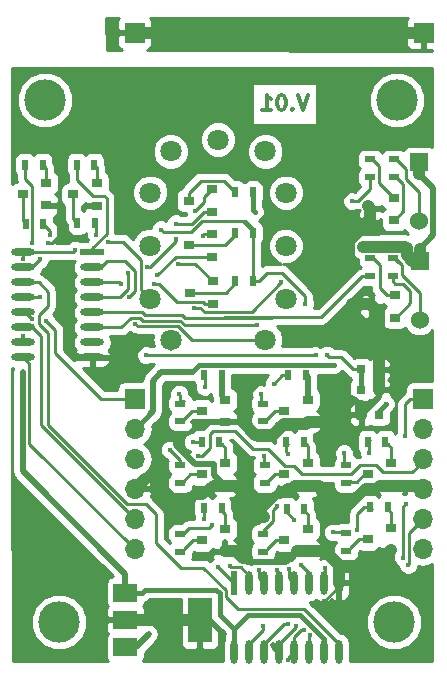
<source format=gbl>
%TF.GenerationSoftware,KiCad,Pcbnew,4.0.7*%
%TF.CreationDate,2017-11-15T23:48:28+08:00*%
%TF.ProjectId,Nixie-Tube-with-shiftR,4E697869652D547562652D776974682D,rev?*%
%TF.FileFunction,Copper,L2,Bot,Signal*%
%FSLAX46Y46*%
G04 Gerber Fmt 4.6, Leading zero omitted, Abs format (unit mm)*
G04 Created by KiCad (PCBNEW 4.0.7) date 11/15/17 23:48:28*
%MOMM*%
%LPD*%
G01*
G04 APERTURE LIST*
%ADD10C,0.100000*%
%ADD11C,0.300000*%
%ADD12C,1.800000*%
%ADD13R,2.000000X3.800000*%
%ADD14R,2.000000X1.500000*%
%ADD15R,0.800000X0.750000*%
%ADD16R,1.700000X1.700000*%
%ADD17O,1.700000X1.700000*%
%ADD18R,0.900000X0.500000*%
%ADD19R,0.900000X0.800000*%
%ADD20R,1.524000X1.524000*%
%ADD21C,1.524000*%
%ADD22R,2.000000X0.600000*%
%ADD23O,2.000000X0.600000*%
%ADD24R,0.600000X2.000000*%
%ADD25O,0.600000X2.000000*%
%ADD26R,0.500000X0.900000*%
%ADD27C,3.500000*%
%ADD28C,0.453000*%
%ADD29C,0.400000*%
%ADD30C,1.000000*%
%ADD31C,0.250000*%
%ADD32C,0.500000*%
%ADD33C,1.000000*%
%ADD34C,0.400000*%
%ADD35C,0.254000*%
G04 APERTURE END LIST*
D10*
D11*
X25740952Y-7248095D02*
X25307619Y-8548095D01*
X24874286Y-7248095D01*
X24440952Y-8424286D02*
X24379047Y-8486190D01*
X24440952Y-8548095D01*
X24502857Y-8486190D01*
X24440952Y-8424286D01*
X24440952Y-8548095D01*
X23574285Y-7248095D02*
X23450476Y-7248095D01*
X23326666Y-7310000D01*
X23264761Y-7371905D01*
X23202857Y-7495714D01*
X23140952Y-7743333D01*
X23140952Y-8052857D01*
X23202857Y-8300476D01*
X23264761Y-8424286D01*
X23326666Y-8486190D01*
X23450476Y-8548095D01*
X23574285Y-8548095D01*
X23698095Y-8486190D01*
X23759999Y-8424286D01*
X23821904Y-8300476D01*
X23883809Y-8052857D01*
X23883809Y-7743333D01*
X23821904Y-7495714D01*
X23759999Y-7371905D01*
X23698095Y-7310000D01*
X23574285Y-7248095D01*
X21902857Y-8548095D02*
X22645714Y-8548095D01*
X22274285Y-8548095D02*
X22274285Y-7248095D01*
X22398095Y-7433810D01*
X22521904Y-7557619D01*
X22645714Y-7619524D01*
D12*
X23893155Y-15535798D03*
X23893155Y-20035798D03*
X23893155Y-24535798D03*
X12393155Y-15535798D03*
X12393155Y-20035798D03*
X12393155Y-24535798D03*
X14143155Y-12035798D03*
X22143155Y-12035798D03*
X14143155Y-28035798D03*
X22143155Y-28035798D03*
X18143155Y-11035798D03*
D13*
X16600000Y-51700000D03*
D14*
X10300000Y-51700000D03*
X10300000Y-49400000D03*
X10300000Y-54000000D03*
D15*
X31750000Y-32200000D03*
X30250000Y-32200000D03*
D16*
X35500000Y-33000000D03*
D17*
X35500000Y-35540000D03*
X35500000Y-38080000D03*
X35500000Y-40620000D03*
X35500000Y-43160000D03*
X35500000Y-45700000D03*
D16*
X11100000Y-33000000D03*
D17*
X11100000Y-35540000D03*
X11100000Y-38080000D03*
X11100000Y-40620000D03*
X11100000Y-43160000D03*
X11100000Y-45700000D03*
D18*
X33000000Y-12700000D03*
X33000000Y-14200000D03*
X31000000Y-14200000D03*
X31000000Y-12700000D03*
D19*
X33050000Y-15950000D03*
X33050000Y-17850000D03*
X31050000Y-16900000D03*
D20*
X35150000Y-12950000D03*
D21*
X35150000Y-17950000D03*
D20*
X35200000Y-21300000D03*
D21*
X35200000Y-26300000D03*
D22*
X7500000Y-20580000D03*
D23*
X7500000Y-21850000D03*
X7500000Y-23120000D03*
X7500000Y-24390000D03*
X7500000Y-25660000D03*
X7500000Y-26930000D03*
X7500000Y-28200000D03*
X1650000Y-28200000D03*
X1650000Y-26930000D03*
X1650000Y-25660000D03*
X1650000Y-24390000D03*
X1650000Y-23120000D03*
X1650000Y-21850000D03*
X1650000Y-20580000D03*
X7500000Y-29470000D03*
X1650000Y-29470000D03*
D24*
X19490000Y-48570000D03*
D25*
X20760000Y-48570000D03*
X22030000Y-48570000D03*
X23300000Y-48570000D03*
X24570000Y-48570000D03*
X25840000Y-48570000D03*
X27110000Y-48570000D03*
X27110000Y-54420000D03*
X25840000Y-54420000D03*
X24570000Y-54420000D03*
X23300000Y-54420000D03*
X22030000Y-54420000D03*
X20760000Y-54420000D03*
X19490000Y-54420000D03*
X28380000Y-48570000D03*
X28380000Y-54420000D03*
D18*
X32950000Y-21050000D03*
X32950000Y-22550000D03*
X31050000Y-22600000D03*
X31050000Y-21100000D03*
D26*
X23900000Y-36625000D03*
X25400000Y-36625000D03*
X30800000Y-36625000D03*
X32300000Y-36625000D03*
X23950000Y-42275000D03*
X25450000Y-42275000D03*
X16950000Y-31000000D03*
X18450000Y-31000000D03*
X31000000Y-42125000D03*
X32500000Y-42125000D03*
X16750000Y-36625000D03*
X18250000Y-36625000D03*
X16950000Y-42250000D03*
X18450000Y-42250000D03*
X1800000Y-13150000D03*
X3300000Y-13150000D03*
X24100000Y-31000000D03*
X25600000Y-31000000D03*
X7675000Y-13175000D03*
X6175000Y-13175000D03*
X21100000Y-15500000D03*
X19600000Y-15500000D03*
X21100000Y-18950000D03*
X19600000Y-18950000D03*
X21100000Y-23000000D03*
X19600000Y-23000000D03*
D18*
X29000000Y-38625000D03*
X29000000Y-40125000D03*
X14950000Y-33400000D03*
X14950000Y-34900000D03*
X14950000Y-38625000D03*
X14950000Y-40125000D03*
X14950000Y-44425000D03*
X14950000Y-45925000D03*
X21950000Y-33400000D03*
X21950000Y-34900000D03*
X22100000Y-38625000D03*
X22100000Y-40125000D03*
X21950000Y-44425000D03*
X21950000Y-45925000D03*
X29000000Y-44350000D03*
X29000000Y-45850000D03*
D26*
X3350000Y-18150000D03*
X1850000Y-18150000D03*
X7725000Y-18075000D03*
X6225000Y-18075000D03*
D19*
X33150000Y-24200000D03*
X33150000Y-26100000D03*
X31150000Y-25150000D03*
X17650000Y-15250000D03*
X17650000Y-17150000D03*
X15650000Y-16200000D03*
X17650000Y-19050000D03*
X17650000Y-20950000D03*
X15650000Y-20000000D03*
X17750000Y-23050000D03*
X17750000Y-24950000D03*
X15750000Y-24000000D03*
X25750000Y-38425000D03*
X25750000Y-40325000D03*
X23750000Y-39375000D03*
X32800000Y-38425000D03*
X32800000Y-40325000D03*
X30800000Y-39375000D03*
X25750000Y-44000000D03*
X25750000Y-45900000D03*
X23750000Y-44950000D03*
X18750000Y-33050000D03*
X18750000Y-34950000D03*
X16750000Y-34000000D03*
X32800000Y-43925000D03*
X32800000Y-45825000D03*
X30800000Y-44875000D03*
X18750000Y-38425000D03*
X18750000Y-40325000D03*
X16750000Y-39375000D03*
X18750000Y-44000000D03*
X18750000Y-45900000D03*
X16750000Y-44950000D03*
X25750000Y-33050000D03*
X25750000Y-34950000D03*
X23750000Y-34000000D03*
X7875000Y-14725000D03*
X7875000Y-16625000D03*
X5875000Y-15675000D03*
D16*
X11100000Y-2000000D03*
X35550000Y-2000000D03*
D15*
X30250000Y-34350000D03*
X31750000Y-34350000D03*
D19*
X3600000Y-14700000D03*
X3600000Y-16600000D03*
X1600000Y-15650000D03*
D27*
X33030000Y-51900000D03*
X4700000Y-51900000D03*
X3500000Y-7700000D03*
X33300000Y-7700000D03*
D15*
X31750000Y-30500000D03*
X30250000Y-30500000D03*
D28*
X3785023Y-19814977D03*
X27135030Y-50135030D03*
X24725741Y-52234319D03*
X18610000Y-52930000D03*
X22780010Y-53868490D03*
X6160000Y-29300000D03*
X3090000Y-24380000D03*
D29*
X14620000Y-36420000D03*
X16059998Y-34950000D03*
X6925000Y-16700000D03*
X4625000Y-16600000D03*
X29525000Y-24975000D03*
X29500000Y-21650000D03*
X22000000Y-42950000D03*
X18750000Y-45100000D03*
D28*
X1600000Y-27656500D03*
X27350000Y-29250000D03*
X25500000Y-24950000D03*
X6073498Y-20393545D03*
X13300000Y-18650000D03*
X1590000Y-21123500D03*
X1600000Y-30740000D03*
D29*
X21254048Y-17159568D03*
X20425000Y-17988616D03*
X16223499Y-17060279D03*
X14775000Y-21575000D03*
X16850014Y-19175000D03*
X24100000Y-52050000D03*
X25916120Y-52977817D03*
X34240000Y-47050000D03*
X16470864Y-37822533D03*
D28*
X23500000Y-23100000D03*
D29*
X16083479Y-25274979D03*
D28*
X28840000Y-1975000D03*
X30110000Y-1975000D03*
X31380000Y-1975000D03*
X32650000Y-1975000D03*
X18680000Y-1975000D03*
X13600000Y-2000000D03*
X14870000Y-2000000D03*
X16200000Y-2000000D03*
D30*
X30450010Y-20149999D03*
D28*
X12728948Y-23230211D03*
X10600000Y-24400000D03*
X13000000Y-22500000D03*
X9946971Y-23223792D03*
D29*
X14550000Y-19475000D03*
D28*
X14550000Y-18150000D03*
D29*
X12125032Y-21800000D03*
D28*
X10498481Y-22360968D03*
X7850000Y-19080000D03*
X8850000Y-19680000D03*
D29*
X11150000Y-26635021D03*
X3950000Y-19150000D03*
X27850000Y-44300000D03*
X23150000Y-42100000D03*
X22050000Y-37850000D03*
X21800000Y-32600000D03*
X17599994Y-43700000D03*
X14044990Y-37294990D03*
X14850000Y-32550000D03*
X28800000Y-37600000D03*
X26400000Y-29300000D03*
X12050000Y-29300000D03*
X22843146Y-31690000D03*
X23101246Y-47470010D03*
D28*
X2425001Y-19771104D03*
X3050000Y-21150000D03*
D29*
X16950000Y-43200000D03*
X21610000Y-47470010D03*
X16001067Y-36643534D03*
X19140000Y-47120000D03*
X27180000Y-47280000D03*
X29920000Y-44050000D03*
X17000000Y-31980000D03*
X18140000Y-47230000D03*
X24567762Y-43216825D03*
X25130000Y-47030000D03*
X21911239Y-52258761D03*
X30910000Y-37590000D03*
X24075010Y-37650000D03*
X24139602Y-47415920D03*
X21455179Y-26774433D03*
X29500000Y-16250000D03*
X27971239Y-30128761D03*
X12280000Y-52890000D03*
X32350000Y-33400000D03*
X25450000Y-52600000D03*
D28*
X24026500Y-55100000D03*
D29*
X3570000Y-26360000D03*
X2361109Y-26230088D03*
X33799989Y-46430464D03*
X33970000Y-36120000D03*
X34040000Y-41860000D03*
D31*
X4625000Y-19295319D02*
X4105342Y-19814977D01*
X4105342Y-19814977D02*
X3785023Y-19814977D01*
X4625000Y-16600000D02*
X4625000Y-19295319D01*
D32*
X22000000Y-42287998D02*
X22000000Y-42950000D01*
X24662998Y-40325000D02*
X23962998Y-40325000D01*
X23962998Y-40325000D02*
X22000000Y-42287998D01*
D31*
X27135030Y-50135030D02*
X28380000Y-48890060D01*
X28380000Y-48890060D02*
X28380000Y-48570000D01*
X23300000Y-54420000D02*
X23300000Y-53720000D01*
X23300000Y-53720000D02*
X24725741Y-52294259D01*
X24725741Y-52294259D02*
X24725741Y-52234319D01*
X7875000Y-16625000D02*
X7000000Y-16625000D01*
X7000000Y-16625000D02*
X6925000Y-16700000D01*
X3600000Y-16600000D02*
X4625000Y-16600000D01*
D33*
X31350000Y-47225000D02*
X32750000Y-45825000D01*
X28525000Y-47225000D02*
X31350000Y-47225000D01*
D32*
X16600000Y-51700000D02*
X17380000Y-51700000D01*
X17380000Y-51700000D02*
X18610000Y-52930000D01*
D33*
X16600000Y-51700000D02*
X10300000Y-51700000D01*
D32*
X12800001Y-39780001D02*
X14290000Y-41270000D01*
X14290000Y-41270000D02*
X16855000Y-41270000D01*
X16855000Y-41270000D02*
X17495000Y-40630000D01*
X11949999Y-39780001D02*
X12800001Y-39780001D01*
D33*
X25750000Y-34950000D02*
X25599999Y-35100001D01*
X21298188Y-36010000D02*
X20238188Y-34950000D01*
X25599999Y-35100001D02*
X23710001Y-35100001D01*
X23710001Y-35100001D02*
X22800002Y-36010000D01*
X22800002Y-36010000D02*
X21298188Y-36010000D01*
D32*
X26700000Y-40325000D02*
X26700000Y-40963617D01*
X28592002Y-41630002D02*
X29299998Y-41630002D01*
X26700000Y-40963617D02*
X27596385Y-41860002D01*
X27596385Y-41860002D02*
X28362002Y-41860002D01*
X28362002Y-41860002D02*
X28592002Y-41630002D01*
X29299998Y-41630002D02*
X30605000Y-40325000D01*
X30605000Y-40325000D02*
X31850000Y-40325000D01*
D33*
X20600000Y-41225000D02*
X20600000Y-41550000D01*
X20600000Y-41550000D02*
X22000000Y-42950000D01*
D32*
X20620000Y-46820000D02*
X23880000Y-46820000D01*
X23880000Y-46820000D02*
X24800000Y-45900000D01*
X20225001Y-46425001D02*
X20620000Y-46820000D01*
D31*
X23300000Y-54420000D02*
X23423500Y-54420000D01*
D32*
X23300000Y-54420000D02*
X23378009Y-54341991D01*
X23300000Y-54420000D02*
X23300000Y-54388480D01*
X23300000Y-54388480D02*
X23006509Y-54094989D01*
X23006509Y-54094989D02*
X22780010Y-53868490D01*
D31*
X6160000Y-29300000D02*
X7330000Y-29300000D01*
X7330000Y-29300000D02*
X7500000Y-29470000D01*
X1650000Y-24390000D02*
X3080000Y-24390000D01*
X3080000Y-24390000D02*
X3090000Y-24380000D01*
X1650000Y-24390000D02*
X2540000Y-24390000D01*
D32*
X16212998Y-38515000D02*
X14620000Y-36922002D01*
X18700000Y-40325000D02*
X17800000Y-39425000D01*
X17800000Y-38515000D02*
X16212998Y-38515000D01*
X17800000Y-39425000D02*
X17800000Y-38515000D01*
X14620000Y-36922002D02*
X14620000Y-36420000D01*
X18750000Y-34950000D02*
X16059998Y-34950000D01*
D33*
X25750000Y-40325000D02*
X26700000Y-40325000D01*
X28380000Y-48570000D02*
X28380000Y-47370000D01*
X28380000Y-47370000D02*
X28525000Y-47225000D01*
X25750000Y-45900000D02*
X24800000Y-45900000D01*
X27200000Y-45900000D02*
X28525000Y-47225000D01*
X32750000Y-45825000D02*
X32800000Y-45825000D01*
X25750000Y-45900000D02*
X27200000Y-45900000D01*
X30850000Y-16700000D02*
X31050000Y-16900000D01*
X29525000Y-24975000D02*
X30975000Y-24975000D01*
X30975000Y-24975000D02*
X31150000Y-25150000D01*
D32*
X29500000Y-19350000D02*
X29500000Y-21650000D01*
D33*
X31050000Y-16900000D02*
X31050000Y-17800000D01*
X31050000Y-17800000D02*
X29500000Y-19350000D01*
X31750000Y-32200000D02*
X31750000Y-25750000D01*
X31750000Y-25750000D02*
X31150000Y-25150000D01*
X26823630Y-34950000D02*
X25750000Y-34950000D01*
D32*
X27456575Y-33555216D02*
X27456575Y-34317055D01*
X27456575Y-34317055D02*
X26823630Y-34950000D01*
X29536994Y-32974990D02*
X29484258Y-32922254D01*
X29638178Y-32974990D02*
X29536994Y-32974990D01*
X30250000Y-33586812D02*
X29638178Y-32974990D01*
X28089537Y-32922254D02*
X27456575Y-33555216D01*
D33*
X30250000Y-34350000D02*
X30250000Y-33586812D01*
D32*
X29484258Y-32922254D02*
X28089537Y-32922254D01*
D33*
X18700000Y-40325000D02*
X18750000Y-40325000D01*
X31850000Y-40325000D02*
X32800000Y-40325000D01*
X17800000Y-40325000D02*
X18750000Y-40325000D01*
X17495000Y-40630000D02*
X17800000Y-40325000D01*
X11100000Y-40630000D02*
X11949999Y-39780001D01*
D32*
X18750000Y-34950000D02*
X20238188Y-34950000D01*
X31750000Y-32200000D02*
X31750000Y-32850000D01*
X31750000Y-32850000D02*
X30250000Y-34350000D01*
D33*
X24662998Y-40325000D02*
X25750000Y-40325000D01*
X18750000Y-40325000D02*
X19700000Y-40325000D01*
X19700000Y-40325000D02*
X20600000Y-41225000D01*
D32*
X18750000Y-45100000D02*
X18750000Y-45900000D01*
D33*
X18750000Y-45900000D02*
X19700000Y-45900000D01*
X19700000Y-45900000D02*
X20225001Y-46425001D01*
X32800000Y-40325000D02*
X35105000Y-40325000D01*
X35105000Y-40325000D02*
X35550000Y-40770000D01*
D31*
X13526499Y-18876499D02*
X13300000Y-18650000D01*
X15859912Y-18876499D02*
X13526499Y-18876499D01*
X16811411Y-17925000D02*
X15859912Y-18876499D01*
X20361384Y-17925000D02*
X16811411Y-17925000D01*
X20425000Y-17988616D02*
X20361384Y-17925000D01*
X1650000Y-27706500D02*
X1600000Y-27656500D01*
X1650000Y-28200000D02*
X1650000Y-27706500D01*
X27350000Y-29250000D02*
X27576499Y-29476499D01*
X27576499Y-29476499D02*
X28576499Y-29476499D01*
X28576499Y-29476499D02*
X29600000Y-30500000D01*
X29600000Y-30500000D02*
X30250000Y-30500000D01*
X25500000Y-24283776D02*
X25500000Y-24950000D01*
X23516224Y-22300000D02*
X25500000Y-24283776D01*
X30225000Y-30500000D02*
X30250000Y-30500000D01*
X22300000Y-22300000D02*
X23516224Y-22300000D01*
X21100000Y-23000000D02*
X21600000Y-23000000D01*
X21600000Y-23000000D02*
X22300000Y-22300000D01*
X21100000Y-23000000D02*
X21100000Y-18950000D01*
X1650000Y-20580000D02*
X5887043Y-20580000D01*
X5887043Y-20580000D02*
X6073498Y-20393545D01*
D34*
X20674989Y-51295011D02*
X19490000Y-52480000D01*
X27110000Y-53311996D02*
X25093015Y-51295011D01*
X27110000Y-54420000D02*
X27110000Y-53311996D01*
X25093015Y-51295011D02*
X20674989Y-51295011D01*
D32*
X10300000Y-49400000D02*
X10300000Y-47820000D01*
X10300000Y-47820000D02*
X1600000Y-39120000D01*
X1600000Y-39120000D02*
X1600000Y-30740000D01*
D34*
X11700000Y-49400000D02*
X10300000Y-49400000D01*
X11960000Y-49140000D02*
X11700000Y-49400000D01*
X17980000Y-49140000D02*
X11960000Y-49140000D01*
X19490000Y-52480000D02*
X18274989Y-51264989D01*
X18274989Y-49434991D02*
X17980000Y-49140000D01*
X18274989Y-51264989D02*
X18274989Y-49434991D01*
D31*
X1650000Y-20580000D02*
X1650000Y-21063500D01*
X1650000Y-21063500D02*
X1590000Y-21123500D01*
D34*
X19490000Y-54420000D02*
X19490000Y-52480000D01*
X30250000Y-30500000D02*
X30250000Y-32200000D01*
X21100000Y-18950000D02*
X21100000Y-18663616D01*
X21100000Y-18663616D02*
X20425000Y-17988616D01*
X21100000Y-17005520D02*
X21254048Y-17159568D01*
X21100000Y-15500000D02*
X21100000Y-17005520D01*
X21100000Y-19150000D02*
X21100000Y-18950000D01*
D31*
X16950000Y-15900000D02*
X16950000Y-16333778D01*
X17650000Y-15250000D02*
X17600000Y-15250000D01*
X17600000Y-15250000D02*
X16950000Y-15900000D01*
X16950000Y-16333778D02*
X16223499Y-17060279D01*
X17750000Y-23050000D02*
X17700000Y-23050000D01*
X17700000Y-23050000D02*
X16225000Y-21575000D01*
X16225000Y-21575000D02*
X14775000Y-21575000D01*
X17650000Y-19050000D02*
X16950000Y-19050000D01*
X16850014Y-19149986D02*
X16850014Y-19175000D01*
X16950000Y-19050000D02*
X16850014Y-19149986D01*
X17650000Y-19050000D02*
X17700000Y-19050000D01*
X23700000Y-52050000D02*
X24100000Y-52050000D01*
X22030000Y-53720000D02*
X23700000Y-52050000D01*
X22030000Y-54420000D02*
X22030000Y-53720000D01*
X25840000Y-53053937D02*
X25916120Y-52977817D01*
X25840000Y-54420000D02*
X25840000Y-53053937D01*
X3120000Y-35180000D02*
X11100000Y-43160000D01*
X3120000Y-27700000D02*
X3120000Y-35180000D01*
X1650000Y-26930000D02*
X2350000Y-26930000D01*
X2350000Y-26930000D02*
X3120000Y-27700000D01*
X34240000Y-47050000D02*
X34240000Y-47040000D01*
X34240000Y-47040000D02*
X34324999Y-46955001D01*
X34324999Y-46955001D02*
X34324999Y-44335001D01*
X34324999Y-44335001D02*
X35500000Y-43160000D01*
X29430000Y-39360000D02*
X25249998Y-39360000D01*
X22356139Y-37192852D02*
X21092852Y-37192852D01*
X25249998Y-39360000D02*
X24539997Y-38649999D01*
X24539997Y-38649999D02*
X23813286Y-38649999D01*
X23813286Y-38649999D02*
X22356139Y-37192852D01*
X21092852Y-37192852D02*
X19600000Y-35700000D01*
X19600000Y-35700000D02*
X17750000Y-35700000D01*
X17750000Y-35700000D02*
X17450000Y-36000000D01*
X16753706Y-37822533D02*
X16470864Y-37822533D01*
X17450000Y-36000000D02*
X17450000Y-37126239D01*
X17450000Y-37126239D02*
X16753706Y-37822533D01*
X32107853Y-39179999D02*
X31547855Y-38620001D01*
X30169999Y-38620001D02*
X29430000Y-39360000D01*
X34600001Y-39179999D02*
X32107853Y-39179999D01*
X31547855Y-38620001D02*
X30169999Y-38620001D01*
X35550000Y-38230000D02*
X34600001Y-39179999D01*
D32*
X36362001Y-19125999D02*
X35200000Y-20288000D01*
X36362001Y-15174001D02*
X35150000Y-13962000D01*
D31*
X17039999Y-25675001D02*
X16639977Y-25274979D01*
X21000011Y-25599989D02*
X18535013Y-25599989D01*
X16639977Y-25274979D02*
X16083479Y-25274979D01*
X23500000Y-23100000D02*
X21000011Y-25599989D01*
X18460001Y-25675001D02*
X17039999Y-25675001D01*
X18535013Y-25599989D02*
X18460001Y-25675001D01*
D33*
X18680000Y-1975000D02*
X28840000Y-1975000D01*
X30110000Y-1975000D02*
X28840000Y-1975000D01*
X31380000Y-1975000D02*
X30110000Y-1975000D01*
X31380000Y-1975000D02*
X33920000Y-1975000D01*
X32650000Y-1975000D02*
X31380000Y-1975000D01*
X33920000Y-1975000D02*
X34850000Y-1975000D01*
X33920000Y-1975000D02*
X32650000Y-1975000D01*
X11350000Y-1975000D02*
X18680000Y-1975000D01*
D32*
X36362001Y-19125999D02*
X36362001Y-15174001D01*
D33*
X35200000Y-21300000D02*
X34550011Y-21300000D01*
X34550011Y-21300000D02*
X34550010Y-21283270D01*
X34550010Y-21283270D02*
X34100001Y-20833261D01*
X34100001Y-20833261D02*
X34100001Y-20239999D01*
X34100001Y-20239999D02*
X33960001Y-20099999D01*
X31939999Y-20099999D02*
X31889999Y-20149999D01*
X33960001Y-20099999D02*
X31939999Y-20099999D01*
X31889999Y-20149999D02*
X30450010Y-20149999D01*
X34850000Y-1975000D02*
X34900000Y-1925000D01*
X35200000Y-21300000D02*
X35200000Y-20288000D01*
X35150000Y-13962000D02*
X35150000Y-12950000D01*
X35150000Y-2175000D02*
X34900000Y-1925000D01*
D31*
X13326400Y-27975199D02*
X14136991Y-28785790D01*
X2175011Y-29995011D02*
X1650000Y-29470000D01*
X2175011Y-36775011D02*
X2175011Y-29995011D01*
X11100000Y-45700000D02*
X2175011Y-36775011D01*
X7875000Y-14725000D02*
X7875000Y-13375000D01*
X7875000Y-13375000D02*
X7675000Y-13175000D01*
X5875000Y-15675000D02*
X5875000Y-17725000D01*
X5875000Y-17725000D02*
X6225000Y-18075000D01*
D32*
X25750000Y-33050000D02*
X25750000Y-31150000D01*
X25750000Y-31150000D02*
X25600000Y-31000000D01*
D31*
X25600000Y-32900000D02*
X25750000Y-33050000D01*
X23750000Y-34000000D02*
X22950000Y-34000000D01*
X22950000Y-34000000D02*
X22250000Y-34700000D01*
X3600000Y-14700000D02*
X3600000Y-13450000D01*
X3600000Y-13450000D02*
X3300000Y-13150000D01*
X1600000Y-15650000D02*
X1600000Y-17900000D01*
X1600000Y-17900000D02*
X1850000Y-18150000D01*
X18750000Y-44000000D02*
X18750000Y-42750000D01*
X18750000Y-42750000D02*
X18450000Y-42450000D01*
X16750000Y-44950000D02*
X16025000Y-44950000D01*
X16025000Y-44950000D02*
X15250000Y-45725000D01*
X18750000Y-38425000D02*
X18750000Y-37125000D01*
X18750000Y-37125000D02*
X18450000Y-36825000D01*
X16750000Y-39375000D02*
X15800000Y-39375000D01*
X15800000Y-39375000D02*
X15250000Y-39925000D01*
X32800000Y-43925000D02*
X32800000Y-42625000D01*
X32800000Y-42625000D02*
X32500000Y-42325000D01*
X30800000Y-44875000D02*
X30075000Y-44875000D01*
X30075000Y-44875000D02*
X29300000Y-45650000D01*
D32*
X18450000Y-31000000D02*
X18450000Y-32750000D01*
X18450000Y-32750000D02*
X18750000Y-33050000D01*
D31*
X16750000Y-34000000D02*
X15950000Y-34000000D01*
X15950000Y-34000000D02*
X15250000Y-34700000D01*
X25750000Y-44000000D02*
X25750000Y-42775000D01*
X25750000Y-42775000D02*
X25450000Y-42475000D01*
X23750000Y-44950000D02*
X23025000Y-44950000D01*
X23025000Y-44950000D02*
X22250000Y-45725000D01*
X32800000Y-38425000D02*
X32800000Y-37125000D01*
X32800000Y-37125000D02*
X32500000Y-36825000D01*
X30522002Y-39375000D02*
X29902001Y-39995001D01*
X29902001Y-39995001D02*
X29370001Y-39995001D01*
X29370001Y-39995001D02*
X29300000Y-39925000D01*
X30800000Y-39375000D02*
X30522002Y-39375000D01*
X25750000Y-38425000D02*
X25750000Y-36975000D01*
X25750000Y-36975000D02*
X25600000Y-36825000D01*
X23750000Y-39375000D02*
X22950000Y-39375000D01*
X22950000Y-39375000D02*
X22400000Y-39925000D01*
X13108637Y-23230211D02*
X12728948Y-23230211D01*
X17050000Y-24950000D02*
X16849978Y-24749978D01*
X17750000Y-24950000D02*
X17050000Y-24950000D01*
X14628404Y-24749978D02*
X13108637Y-23230211D01*
X16849978Y-24749978D02*
X14628404Y-24749978D01*
X7500000Y-21850000D02*
X8200000Y-21850000D01*
X8200000Y-21850000D02*
X8750000Y-21300000D01*
X8750000Y-21300000D02*
X10286392Y-21300000D01*
X10286392Y-21300000D02*
X11124987Y-22138595D01*
X11124987Y-22138595D02*
X11124987Y-23875013D01*
X11124987Y-23875013D02*
X10600000Y-24400000D01*
X17750000Y-24950000D02*
X17700000Y-24950000D01*
X14550000Y-20950000D02*
X13000000Y-22500000D01*
X17650000Y-20950000D02*
X14550000Y-20950000D01*
X9843179Y-23120000D02*
X9946971Y-23223792D01*
X7500000Y-23120000D02*
X9843179Y-23120000D01*
X14870319Y-18150000D02*
X14550000Y-18150000D01*
X15950000Y-18150000D02*
X14870319Y-18150000D01*
X16950000Y-17150000D02*
X15950000Y-18150000D01*
X17650000Y-17150000D02*
X16950000Y-17150000D01*
X14550000Y-19657874D02*
X14550000Y-19475000D01*
X12125032Y-21800000D02*
X12407874Y-21800000D01*
X12407874Y-21800000D02*
X14550000Y-19657874D01*
X7500000Y-24390000D02*
X9826222Y-24390000D01*
X9826222Y-24390000D02*
X10498481Y-23717741D01*
X10498481Y-23717741D02*
X10498481Y-22360968D01*
X17525000Y-17275000D02*
X17650000Y-17150000D01*
X33150000Y-24200000D02*
X32450000Y-24200000D01*
X32450000Y-24200000D02*
X31825001Y-23575001D01*
X31825001Y-23575001D02*
X31825001Y-21675001D01*
X31825001Y-21675001D02*
X31250000Y-21100000D01*
X31250000Y-21100000D02*
X31050000Y-21100000D01*
X32950000Y-22550000D02*
X32950000Y-23050000D01*
X32950000Y-23050000D02*
X33150000Y-23250000D01*
X33150000Y-23250000D02*
X33825000Y-23250000D01*
X34425000Y-23850000D02*
X34425000Y-24850000D01*
X33825000Y-23250000D02*
X34425000Y-23850000D01*
X34425000Y-24850000D02*
X33175000Y-26100000D01*
X33175000Y-26100000D02*
X33150000Y-26100000D01*
X11600022Y-23742665D02*
X12393155Y-24535798D01*
X10080000Y-19680000D02*
X11600022Y-21200022D01*
X8850000Y-19680000D02*
X10080000Y-19680000D01*
X11600022Y-21200022D02*
X11600022Y-23742665D01*
X7850000Y-19080000D02*
X7850000Y-18200000D01*
X7850000Y-18200000D02*
X7725000Y-18075000D01*
X7725000Y-18075000D02*
X7725000Y-18275000D01*
X14731156Y-26810797D02*
X11325776Y-26810797D01*
X22143155Y-28035798D02*
X15956157Y-28035798D01*
X15956157Y-28035798D02*
X14731156Y-26810797D01*
X11325776Y-26810797D02*
X11150000Y-26635021D01*
X3950000Y-19150000D02*
X3950000Y-18750000D01*
X3950000Y-18750000D02*
X3350000Y-18150000D01*
X3350000Y-18150000D02*
X3350000Y-18350000D01*
X27850000Y-44300000D02*
X28950000Y-44300000D01*
X28950000Y-44300000D02*
X29000000Y-44350000D01*
X23150000Y-42100000D02*
X22825009Y-42424991D01*
X22825009Y-42424991D02*
X22825009Y-43291731D01*
X22825009Y-43291731D02*
X21950000Y-44166740D01*
X21950000Y-44166740D02*
X21950000Y-44425000D01*
X22050000Y-37850000D02*
X22050000Y-38575000D01*
X22050000Y-38575000D02*
X22100000Y-38625000D01*
X21800000Y-32600000D02*
X21800000Y-33250000D01*
X21800000Y-33250000D02*
X21950000Y-33400000D01*
X17374994Y-43925000D02*
X17599994Y-43700000D01*
X15650000Y-43925000D02*
X17374994Y-43925000D01*
X14950000Y-44425000D02*
X15150000Y-44425000D01*
X15150000Y-44425000D02*
X15650000Y-43925000D01*
X14950000Y-38625000D02*
X14950000Y-38200000D01*
X14950000Y-38200000D02*
X14044990Y-37294990D01*
X14950000Y-33400000D02*
X14950000Y-32650000D01*
X14950000Y-32650000D02*
X14850000Y-32550000D01*
X15250000Y-33200000D02*
X15050000Y-33200000D01*
X28800000Y-37600000D02*
X28800000Y-38425000D01*
X28800000Y-38425000D02*
X29000000Y-38625000D01*
X12050000Y-29300000D02*
X26400000Y-29300000D01*
X7500000Y-20246222D02*
X7500000Y-20580000D01*
X8700009Y-16015007D02*
X8700009Y-19046213D01*
X8700009Y-19046213D02*
X7500000Y-20246222D01*
X8484993Y-15799991D02*
X8700009Y-16015007D01*
X7514989Y-15799991D02*
X8484993Y-15799991D01*
X6175000Y-14460002D02*
X7514989Y-15799991D01*
X6175000Y-13175000D02*
X6175000Y-14460002D01*
X24100000Y-31000000D02*
X23533146Y-31000000D01*
X23533146Y-31000000D02*
X22843146Y-31690000D01*
X23300000Y-48570000D02*
X23101246Y-48371246D01*
X23101246Y-48371246D02*
X23101246Y-47752852D01*
X23101246Y-47752852D02*
X23101246Y-47470010D01*
X2350000Y-21850000D02*
X3050000Y-21150000D01*
X1650000Y-21850000D02*
X2350000Y-21850000D01*
X1336103Y-21850000D02*
X1650000Y-21850000D01*
X2425001Y-14960003D02*
X2425001Y-19771104D01*
X1800000Y-14335002D02*
X2425001Y-14960003D01*
X1800000Y-13150000D02*
X1800000Y-14335002D01*
X1800000Y-13150000D02*
X1800000Y-13350000D01*
X1825000Y-13175000D02*
X1800000Y-13150000D01*
X16950000Y-42250000D02*
X16950000Y-43200000D01*
X21610000Y-48150000D02*
X21610000Y-47470010D01*
X22030000Y-48570000D02*
X21610000Y-48150000D01*
X16950000Y-42450000D02*
X16950000Y-42250000D01*
X16750000Y-36625000D02*
X16019601Y-36625000D01*
X16019601Y-36625000D02*
X16001067Y-36643534D01*
X16835690Y-36825000D02*
X16827024Y-36833666D01*
X16750000Y-36625000D02*
X16750000Y-36825000D01*
X20760000Y-48570000D02*
X20760000Y-47954998D01*
X20760000Y-47954998D02*
X20050001Y-47244999D01*
X20050001Y-47244999D02*
X19264999Y-47244999D01*
X19264999Y-47244999D02*
X19140000Y-47120000D01*
X27180000Y-47280000D02*
X27180000Y-48500000D01*
X27180000Y-48500000D02*
X27110000Y-48570000D01*
X29920000Y-42705000D02*
X29920000Y-44050000D01*
X31000000Y-42125000D02*
X30500000Y-42125000D01*
X30500000Y-42125000D02*
X29920000Y-42705000D01*
X31125000Y-42350000D02*
X31150000Y-42325000D01*
X17000000Y-31980000D02*
X17000000Y-31050000D01*
X17000000Y-31050000D02*
X16950000Y-31000000D01*
X19490000Y-48570000D02*
X19480000Y-48570000D01*
X19480000Y-48570000D02*
X18140000Y-47230000D01*
X23950000Y-42275000D02*
X23950000Y-42475000D01*
X23950000Y-42475000D02*
X23950000Y-42599063D01*
X23950000Y-42599063D02*
X24567762Y-43216825D01*
X25840000Y-48570000D02*
X25840000Y-47740000D01*
X25840000Y-47740000D02*
X25130000Y-47030000D01*
X23899990Y-42424990D02*
X23780173Y-42424990D01*
X23950000Y-42475000D02*
X23899990Y-42424990D01*
X21911239Y-52568761D02*
X21911239Y-52258761D01*
X20760000Y-53720000D02*
X21911239Y-52568761D01*
X20760000Y-54420000D02*
X20760000Y-53720000D01*
X30910000Y-37590000D02*
X30910000Y-36735000D01*
X30910000Y-36735000D02*
X30800000Y-36625000D01*
X31000000Y-36450000D02*
X30917365Y-36532635D01*
X23900000Y-37474990D02*
X24075010Y-37650000D01*
X23900000Y-36625000D02*
X23900000Y-37474990D01*
X24139602Y-48139602D02*
X24139602Y-47415920D01*
X24570000Y-48570000D02*
X24139602Y-48139602D01*
X24000000Y-36725000D02*
X24100000Y-36825000D01*
X28380000Y-54420000D02*
X28380000Y-53720000D01*
X25430000Y-50770000D02*
X19804998Y-50770000D01*
X28380000Y-53720000D02*
X25430000Y-50770000D01*
X19804998Y-50770000D02*
X18800000Y-49765002D01*
X16910000Y-47270000D02*
X15009998Y-47270000D01*
X12900000Y-42750000D02*
X12050000Y-41900000D01*
X18800000Y-49765002D02*
X18800000Y-49160000D01*
X2975010Y-25891214D02*
X3761502Y-25104722D01*
X18800000Y-49160000D02*
X16910000Y-47270000D01*
X10476410Y-41900000D02*
X3770011Y-35193601D01*
X15009998Y-47270000D02*
X12900000Y-45160002D01*
X12900000Y-45160002D02*
X12900000Y-42750000D01*
X12050000Y-41900000D02*
X10476410Y-41900000D01*
X2975010Y-26622014D02*
X2975010Y-25891214D01*
X3770011Y-35193601D02*
X3770011Y-27417015D01*
X3770011Y-27417015D02*
X2975010Y-26622014D01*
X3761502Y-25104722D02*
X3761502Y-23905278D01*
X3761502Y-23905278D02*
X2976224Y-23120000D01*
X2976224Y-23120000D02*
X1650000Y-23120000D01*
X35200000Y-23988589D02*
X35200000Y-26300000D01*
X33725001Y-22513590D02*
X35200000Y-23988589D01*
X33725001Y-21625001D02*
X33725001Y-22513590D01*
X32950000Y-21050000D02*
X33150000Y-21050000D01*
X33150000Y-21050000D02*
X33725001Y-21625001D01*
X33725001Y-21625001D02*
X32950000Y-21050000D01*
X35150000Y-15513589D02*
X35150000Y-17950000D01*
X34050009Y-14413598D02*
X35150000Y-15513589D01*
X34050009Y-13550009D02*
X34050009Y-14413598D01*
X33200000Y-12700000D02*
X34050009Y-13550009D01*
X33000000Y-12700000D02*
X33200000Y-12700000D01*
X33050000Y-15950000D02*
X33000000Y-15950000D01*
X33000000Y-15950000D02*
X31775001Y-14725001D01*
X31775001Y-14725001D02*
X31775001Y-13275001D01*
X31775001Y-13275001D02*
X31200000Y-12700000D01*
X31200000Y-12700000D02*
X31000000Y-12700000D01*
X33000000Y-14200000D02*
X33200000Y-14200000D01*
X33825001Y-14825001D02*
X33825001Y-17124999D01*
X33200000Y-14200000D02*
X33825001Y-14825001D01*
X33825001Y-17124999D02*
X33100000Y-17850000D01*
X33100000Y-17850000D02*
X33050000Y-17850000D01*
X11944844Y-25910775D02*
X11694069Y-25660000D01*
X11694069Y-25660000D02*
X7500000Y-25660000D01*
X18646401Y-26125012D02*
X15318193Y-26125012D01*
X15318193Y-26125012D02*
X15103956Y-25910775D01*
X15103956Y-25910775D02*
X11944844Y-25910775D01*
X26900000Y-26050000D02*
X18721413Y-26050000D01*
X18721413Y-26050000D02*
X18646401Y-26125012D01*
X18646401Y-26125012D02*
X26900000Y-26050000D01*
X31050000Y-22600000D02*
X30350000Y-22600000D01*
X30350000Y-22600000D02*
X26900000Y-26050000D01*
X10762985Y-26110011D02*
X11507669Y-26110011D01*
X14917556Y-26360786D02*
X15331202Y-26774433D01*
X11758444Y-26360786D02*
X14917556Y-26360786D01*
X11507669Y-26110011D02*
X11758444Y-26360786D01*
X15331202Y-26774433D02*
X21455179Y-26774433D01*
X7500000Y-26930000D02*
X9942996Y-26930000D01*
X9942996Y-26930000D02*
X10762985Y-26110011D01*
X29994904Y-16250000D02*
X29500000Y-16250000D01*
X31000000Y-15244904D02*
X29994904Y-16250000D01*
X31000000Y-14200000D02*
X31000000Y-15244904D01*
X30950000Y-14250000D02*
X31000000Y-14200000D01*
D34*
X16521239Y-30128761D02*
X27971239Y-30128761D01*
X15950000Y-30700000D02*
X16521239Y-30128761D01*
D32*
X15950000Y-30700000D02*
X13350000Y-30700000D01*
X13350000Y-30700000D02*
X12600000Y-31450000D01*
X12600000Y-31450000D02*
X12600000Y-34050000D01*
X12600000Y-34050000D02*
X12350000Y-34300000D01*
D34*
X11100000Y-35550000D02*
X12350000Y-34300000D01*
D32*
X10300000Y-54000000D02*
X11170000Y-54000000D01*
X11170000Y-54000000D02*
X12280000Y-52890000D01*
X10300000Y-54000000D02*
X10560002Y-54000000D01*
X10560002Y-54000000D02*
X10570002Y-53990000D01*
D34*
X31750000Y-34350000D02*
X31750000Y-34000000D01*
X31750000Y-34000000D02*
X32350000Y-33400000D01*
D31*
X24570000Y-53170000D02*
X25140000Y-52600000D01*
X24570000Y-54420000D02*
X24570000Y-53170000D01*
X25140000Y-52600000D02*
X25450000Y-52600000D01*
X24026500Y-55100000D02*
X24026500Y-54963500D01*
X24026500Y-54963500D02*
X24570000Y-54420000D01*
X11100000Y-33000000D02*
X8240000Y-33000000D01*
X8240000Y-33000000D02*
X4369999Y-29129999D01*
X4369999Y-29129999D02*
X4369999Y-27159999D01*
X4369999Y-27159999D02*
X3570000Y-26360000D01*
X1650000Y-25660000D02*
X1791021Y-25660000D01*
X1791021Y-25660000D02*
X2361109Y-26230088D01*
X33799989Y-42100011D02*
X33799989Y-46430464D01*
X34040000Y-41860000D02*
X33799989Y-42100011D01*
X1710000Y-25600000D02*
X1650000Y-25660000D01*
X33970000Y-36120000D02*
X33970000Y-33430000D01*
X34400000Y-33000000D02*
X35500000Y-33000000D01*
X33970000Y-33430000D02*
X34400000Y-33000000D01*
X34889998Y-33150000D02*
X35550000Y-33150000D01*
X15750000Y-24000000D02*
X18800000Y-24000000D01*
X18800000Y-24000000D02*
X19600000Y-23200000D01*
X19600000Y-23200000D02*
X19600000Y-23000000D01*
X19550000Y-23050000D02*
X19600000Y-23000000D01*
X15650000Y-20000000D02*
X18750000Y-20000000D01*
X18750000Y-20000000D02*
X19600000Y-19150000D01*
X19600000Y-19150000D02*
X19600000Y-18950000D01*
X15650000Y-20000000D02*
X15700000Y-20000000D01*
X15650000Y-16200000D02*
X15650000Y-15550000D01*
X15650000Y-15550000D02*
X16675001Y-14524999D01*
X16675001Y-14524999D02*
X18624999Y-14524999D01*
X18624999Y-14524999D02*
X19350000Y-15250000D01*
X19350000Y-15250000D02*
X19600000Y-15500000D01*
D35*
G36*
X796108Y-30380760D02*
X782367Y-30401325D01*
X758970Y-30518949D01*
X738650Y-30567885D01*
X738603Y-30621338D01*
X715000Y-30740000D01*
X715000Y-39119995D01*
X714999Y-39120000D01*
X757766Y-39335000D01*
X782367Y-39458675D01*
X946395Y-39704161D01*
X974210Y-39745790D01*
X9241911Y-48013490D01*
X9064683Y-48046838D01*
X8848559Y-48185910D01*
X8703569Y-48398110D01*
X8652560Y-48650000D01*
X8652560Y-50150000D01*
X8696838Y-50385317D01*
X8802482Y-50549492D01*
X8761673Y-50590301D01*
X8665000Y-50823690D01*
X8665000Y-51414250D01*
X8823750Y-51573000D01*
X10173000Y-51573000D01*
X10173000Y-51553000D01*
X10427000Y-51553000D01*
X10427000Y-51573000D01*
X11776250Y-51573000D01*
X11935000Y-51414250D01*
X11935000Y-50823690D01*
X11838327Y-50590301D01*
X11796366Y-50548340D01*
X11896431Y-50401890D01*
X11939890Y-50187283D01*
X12019541Y-50171439D01*
X12290434Y-49990434D01*
X12305868Y-49975000D01*
X14965000Y-49975000D01*
X14965000Y-51414250D01*
X15123750Y-51573000D01*
X16473000Y-51573000D01*
X16473000Y-51553000D01*
X16727000Y-51553000D01*
X16727000Y-51573000D01*
X16747000Y-51573000D01*
X16747000Y-51827000D01*
X16727000Y-51827000D01*
X16727000Y-54076250D01*
X16885750Y-54235000D01*
X17726309Y-54235000D01*
X17959698Y-54138327D01*
X18138327Y-53959699D01*
X18235000Y-53726310D01*
X18235000Y-52405868D01*
X18655000Y-52825868D01*
X18655000Y-53287016D01*
X18626173Y-53330159D01*
X18555000Y-53687968D01*
X18555000Y-55152032D01*
X18567127Y-55213000D01*
X11752186Y-55213000D01*
X11896431Y-55001890D01*
X11947440Y-54750000D01*
X11947440Y-54474140D01*
X12905789Y-53515790D01*
X13097633Y-53228674D01*
X13165001Y-52890000D01*
X13097633Y-52551326D01*
X12905789Y-52264211D01*
X12618674Y-52072367D01*
X12280000Y-52004999D01*
X11941326Y-52072367D01*
X11935000Y-52076594D01*
X11935000Y-51985750D01*
X14965000Y-51985750D01*
X14965000Y-53726310D01*
X15061673Y-53959699D01*
X15240302Y-54138327D01*
X15473691Y-54235000D01*
X16314250Y-54235000D01*
X16473000Y-54076250D01*
X16473000Y-51827000D01*
X15123750Y-51827000D01*
X14965000Y-51985750D01*
X11935000Y-51985750D01*
X11776250Y-51827000D01*
X10427000Y-51827000D01*
X10427000Y-51847000D01*
X10173000Y-51847000D01*
X10173000Y-51827000D01*
X8823750Y-51827000D01*
X8665000Y-51985750D01*
X8665000Y-52576310D01*
X8761673Y-52809699D01*
X8803634Y-52851660D01*
X8703569Y-52998110D01*
X8652560Y-53250000D01*
X8652560Y-54750000D01*
X8696838Y-54985317D01*
X8835910Y-55201441D01*
X8852827Y-55213000D01*
X756630Y-55213000D01*
X748358Y-52372325D01*
X2314587Y-52372325D01*
X2676916Y-53249229D01*
X3347242Y-53920726D01*
X4223513Y-54284585D01*
X5172325Y-54285413D01*
X6049229Y-53923084D01*
X6720726Y-53252758D01*
X7084585Y-52376487D01*
X7085413Y-51427675D01*
X6723084Y-50550771D01*
X6052758Y-49879274D01*
X5176487Y-49515415D01*
X4227675Y-49514587D01*
X3350771Y-49876916D01*
X2679274Y-50547242D01*
X2315415Y-51423513D01*
X2314587Y-52372325D01*
X748358Y-52372325D01*
X710000Y-39200947D01*
X710000Y-30363632D01*
X796108Y-30380760D01*
X796108Y-30380760D01*
G37*
X796108Y-30380760D02*
X782367Y-30401325D01*
X758970Y-30518949D01*
X738650Y-30567885D01*
X738603Y-30621338D01*
X715000Y-30740000D01*
X715000Y-39119995D01*
X714999Y-39120000D01*
X757766Y-39335000D01*
X782367Y-39458675D01*
X946395Y-39704161D01*
X974210Y-39745790D01*
X9241911Y-48013490D01*
X9064683Y-48046838D01*
X8848559Y-48185910D01*
X8703569Y-48398110D01*
X8652560Y-48650000D01*
X8652560Y-50150000D01*
X8696838Y-50385317D01*
X8802482Y-50549492D01*
X8761673Y-50590301D01*
X8665000Y-50823690D01*
X8665000Y-51414250D01*
X8823750Y-51573000D01*
X10173000Y-51573000D01*
X10173000Y-51553000D01*
X10427000Y-51553000D01*
X10427000Y-51573000D01*
X11776250Y-51573000D01*
X11935000Y-51414250D01*
X11935000Y-50823690D01*
X11838327Y-50590301D01*
X11796366Y-50548340D01*
X11896431Y-50401890D01*
X11939890Y-50187283D01*
X12019541Y-50171439D01*
X12290434Y-49990434D01*
X12305868Y-49975000D01*
X14965000Y-49975000D01*
X14965000Y-51414250D01*
X15123750Y-51573000D01*
X16473000Y-51573000D01*
X16473000Y-51553000D01*
X16727000Y-51553000D01*
X16727000Y-51573000D01*
X16747000Y-51573000D01*
X16747000Y-51827000D01*
X16727000Y-51827000D01*
X16727000Y-54076250D01*
X16885750Y-54235000D01*
X17726309Y-54235000D01*
X17959698Y-54138327D01*
X18138327Y-53959699D01*
X18235000Y-53726310D01*
X18235000Y-52405868D01*
X18655000Y-52825868D01*
X18655000Y-53287016D01*
X18626173Y-53330159D01*
X18555000Y-53687968D01*
X18555000Y-55152032D01*
X18567127Y-55213000D01*
X11752186Y-55213000D01*
X11896431Y-55001890D01*
X11947440Y-54750000D01*
X11947440Y-54474140D01*
X12905789Y-53515790D01*
X13097633Y-53228674D01*
X13165001Y-52890000D01*
X13097633Y-52551326D01*
X12905789Y-52264211D01*
X12618674Y-52072367D01*
X12280000Y-52004999D01*
X11941326Y-52072367D01*
X11935000Y-52076594D01*
X11935000Y-51985750D01*
X14965000Y-51985750D01*
X14965000Y-53726310D01*
X15061673Y-53959699D01*
X15240302Y-54138327D01*
X15473691Y-54235000D01*
X16314250Y-54235000D01*
X16473000Y-54076250D01*
X16473000Y-51827000D01*
X15123750Y-51827000D01*
X14965000Y-51985750D01*
X11935000Y-51985750D01*
X11776250Y-51827000D01*
X10427000Y-51827000D01*
X10427000Y-51847000D01*
X10173000Y-51847000D01*
X10173000Y-51827000D01*
X8823750Y-51827000D01*
X8665000Y-51985750D01*
X8665000Y-52576310D01*
X8761673Y-52809699D01*
X8803634Y-52851660D01*
X8703569Y-52998110D01*
X8652560Y-53250000D01*
X8652560Y-54750000D01*
X8696838Y-54985317D01*
X8835910Y-55201441D01*
X8852827Y-55213000D01*
X756630Y-55213000D01*
X748358Y-52372325D01*
X2314587Y-52372325D01*
X2676916Y-53249229D01*
X3347242Y-53920726D01*
X4223513Y-54284585D01*
X5172325Y-54285413D01*
X6049229Y-53923084D01*
X6720726Y-53252758D01*
X7084585Y-52376487D01*
X7085413Y-51427675D01*
X6723084Y-50550771D01*
X6052758Y-49879274D01*
X5176487Y-49515415D01*
X4227675Y-49514587D01*
X3350771Y-49876916D01*
X2679274Y-50547242D01*
X2315415Y-51423513D01*
X2314587Y-52372325D01*
X748358Y-52372325D01*
X710000Y-39200947D01*
X710000Y-30363632D01*
X796108Y-30380760D01*
G36*
X30600000Y-23497440D02*
X31065001Y-23497440D01*
X31065001Y-23575001D01*
X31122853Y-23865840D01*
X31287600Y-24112402D01*
X31362974Y-24187776D01*
X31277000Y-24273750D01*
X31277000Y-25023000D01*
X32076250Y-25023000D01*
X32162262Y-24936988D01*
X32235910Y-25051441D01*
X32381083Y-25150633D01*
X32248559Y-25235910D01*
X32161936Y-25362686D01*
X32076250Y-25277000D01*
X31277000Y-25277000D01*
X31277000Y-26026250D01*
X31435750Y-26185000D01*
X31726309Y-26185000D01*
X31959698Y-26088327D01*
X32052560Y-25995466D01*
X32052560Y-26500000D01*
X32096838Y-26735317D01*
X32235910Y-26951441D01*
X32448110Y-27096431D01*
X32700000Y-27147440D01*
X33600000Y-27147440D01*
X33835317Y-27103162D01*
X33981449Y-27009128D01*
X34014990Y-27090303D01*
X34407630Y-27483629D01*
X34920900Y-27696757D01*
X35476661Y-27697242D01*
X35990303Y-27485010D01*
X36290000Y-27185836D01*
X36290000Y-31502560D01*
X34650000Y-31502560D01*
X34414683Y-31546838D01*
X34198559Y-31685910D01*
X34053569Y-31898110D01*
X34002560Y-32150000D01*
X34002560Y-32369080D01*
X33862599Y-32462599D01*
X33432599Y-32892599D01*
X33267852Y-33139161D01*
X33210000Y-33430000D01*
X33210000Y-35772909D01*
X33145617Y-35927959D01*
X33014090Y-35723559D01*
X32801890Y-35578569D01*
X32550000Y-35527560D01*
X32050000Y-35527560D01*
X31814683Y-35571838D01*
X31598559Y-35710910D01*
X31550866Y-35780711D01*
X31514090Y-35723559D01*
X31301890Y-35578569D01*
X31050000Y-35527560D01*
X30550000Y-35527560D01*
X30314683Y-35571838D01*
X30098559Y-35710910D01*
X29953569Y-35923110D01*
X29902560Y-36175000D01*
X29902560Y-37075000D01*
X29946838Y-37310317D01*
X30075070Y-37509594D01*
X30074855Y-37755363D01*
X30122033Y-37869542D01*
X29899746Y-37913758D01*
X29701890Y-37778569D01*
X29634857Y-37764994D01*
X29635145Y-37434637D01*
X29508292Y-37127628D01*
X29273607Y-36892534D01*
X28966821Y-36765145D01*
X28634637Y-36764855D01*
X28327628Y-36891708D01*
X28092534Y-37126393D01*
X27965145Y-37433179D01*
X27964855Y-37765363D01*
X28040000Y-37947229D01*
X28040000Y-37996614D01*
X27953569Y-38123110D01*
X27902560Y-38375000D01*
X27902560Y-38600000D01*
X26847440Y-38600000D01*
X26847440Y-38025000D01*
X26803162Y-37789683D01*
X26664090Y-37573559D01*
X26510000Y-37468274D01*
X26510000Y-36975000D01*
X26452148Y-36684161D01*
X26297440Y-36452623D01*
X26297440Y-36175000D01*
X26261689Y-35985000D01*
X26326309Y-35985000D01*
X26559698Y-35888327D01*
X26738327Y-35709699D01*
X26835000Y-35476310D01*
X26835000Y-35235750D01*
X26676250Y-35077000D01*
X25877000Y-35077000D01*
X25877000Y-35097000D01*
X25623000Y-35097000D01*
X25623000Y-35077000D01*
X24823750Y-35077000D01*
X24665000Y-35235750D01*
X24665000Y-35476310D01*
X24748787Y-35678589D01*
X24698559Y-35710910D01*
X24650866Y-35780711D01*
X24614090Y-35723559D01*
X24401890Y-35578569D01*
X24150000Y-35527560D01*
X23650000Y-35527560D01*
X23414683Y-35571838D01*
X23198559Y-35710910D01*
X23053569Y-35923110D01*
X23002560Y-36175000D01*
X23002560Y-36764471D01*
X22893540Y-36655451D01*
X22646978Y-36490704D01*
X22356139Y-36432852D01*
X21407654Y-36432852D01*
X20137401Y-35162599D01*
X19890839Y-34997852D01*
X19600000Y-34940000D01*
X17750000Y-34940000D01*
X17459161Y-34997852D01*
X17212599Y-35162599D01*
X16912599Y-35462599D01*
X16869194Y-35527560D01*
X16500000Y-35527560D01*
X16264683Y-35571838D01*
X16048559Y-35710910D01*
X15981867Y-35808517D01*
X15835704Y-35808389D01*
X15528695Y-35935242D01*
X15293601Y-36169927D01*
X15166212Y-36476713D01*
X15165922Y-36808897D01*
X15292775Y-37115906D01*
X15527460Y-37351000D01*
X15727965Y-37434257D01*
X15636009Y-37655712D01*
X15635905Y-37775332D01*
X15551276Y-37758194D01*
X15487401Y-37662599D01*
X14827822Y-37003020D01*
X14753282Y-36822618D01*
X14518597Y-36587524D01*
X14211811Y-36460135D01*
X13879627Y-36459845D01*
X13572618Y-36586698D01*
X13337524Y-36821383D01*
X13210135Y-37128169D01*
X13209845Y-37460353D01*
X13336698Y-37767362D01*
X13571383Y-38002456D01*
X13753117Y-38077919D01*
X13885843Y-38210645D01*
X13852560Y-38375000D01*
X13852560Y-38875000D01*
X13896838Y-39110317D01*
X14035910Y-39326441D01*
X14105711Y-39374134D01*
X14048559Y-39410910D01*
X13903569Y-39623110D01*
X13852560Y-39875000D01*
X13852560Y-40375000D01*
X13896838Y-40610317D01*
X14035910Y-40826441D01*
X14248110Y-40971431D01*
X14500000Y-41022440D01*
X15400000Y-41022440D01*
X15635317Y-40978162D01*
X15851441Y-40839090D01*
X15996431Y-40626890D01*
X16047440Y-40375000D01*
X16047440Y-40370973D01*
X16048110Y-40371431D01*
X16300000Y-40422440D01*
X17200000Y-40422440D01*
X17435317Y-40378162D01*
X17651441Y-40239090D01*
X17738064Y-40112314D01*
X17823750Y-40198000D01*
X18623000Y-40198000D01*
X18623000Y-40178000D01*
X18877000Y-40178000D01*
X18877000Y-40198000D01*
X19676250Y-40198000D01*
X19835000Y-40039250D01*
X19835000Y-39798690D01*
X19738327Y-39565301D01*
X19559698Y-39386673D01*
X19523253Y-39371577D01*
X19651441Y-39289090D01*
X19796431Y-39076890D01*
X19847440Y-38825000D01*
X19847440Y-38025000D01*
X19803162Y-37789683D01*
X19664090Y-37573559D01*
X19510000Y-37468274D01*
X19510000Y-37125000D01*
X19452148Y-36834161D01*
X19287401Y-36587599D01*
X19159802Y-36460000D01*
X19285198Y-36460000D01*
X20555451Y-37730253D01*
X20802013Y-37895000D01*
X21092852Y-37952852D01*
X21169901Y-37952852D01*
X21053569Y-38123110D01*
X21002560Y-38375000D01*
X21002560Y-38875000D01*
X21046838Y-39110317D01*
X21185910Y-39326441D01*
X21255711Y-39374134D01*
X21198559Y-39410910D01*
X21053569Y-39623110D01*
X21002560Y-39875000D01*
X21002560Y-40375000D01*
X21046838Y-40610317D01*
X21185910Y-40826441D01*
X21398110Y-40971431D01*
X21650000Y-41022440D01*
X22550000Y-41022440D01*
X22785317Y-40978162D01*
X23001441Y-40839090D01*
X23146431Y-40626890D01*
X23192252Y-40400620D01*
X23300000Y-40422440D01*
X24200000Y-40422440D01*
X24435317Y-40378162D01*
X24651441Y-40239090D01*
X24738064Y-40112314D01*
X24823750Y-40198000D01*
X25623000Y-40198000D01*
X25623000Y-40178000D01*
X25877000Y-40178000D01*
X25877000Y-40198000D01*
X26676250Y-40198000D01*
X26754250Y-40120000D01*
X27902560Y-40120000D01*
X27902560Y-40375000D01*
X27946838Y-40610317D01*
X28085910Y-40826441D01*
X28298110Y-40971431D01*
X28550000Y-41022440D01*
X29450000Y-41022440D01*
X29685317Y-40978162D01*
X29901441Y-40839090D01*
X29967846Y-40741904D01*
X30192840Y-40697149D01*
X30439402Y-40532402D01*
X30549364Y-40422440D01*
X31250000Y-40422440D01*
X31485317Y-40378162D01*
X31701441Y-40239090D01*
X31788064Y-40112314D01*
X31873750Y-40198000D01*
X32673000Y-40198000D01*
X32673000Y-40178000D01*
X32927000Y-40178000D01*
X32927000Y-40198000D01*
X33726250Y-40198000D01*
X33885000Y-40039250D01*
X33885000Y-39939999D01*
X34192353Y-39939999D01*
X34058524Y-40263110D01*
X34179845Y-40493000D01*
X35373000Y-40493000D01*
X35373000Y-40473000D01*
X35627000Y-40473000D01*
X35627000Y-40493000D01*
X35647000Y-40493000D01*
X35647000Y-40747000D01*
X35627000Y-40747000D01*
X35627000Y-40767000D01*
X35373000Y-40767000D01*
X35373000Y-40747000D01*
X34179845Y-40747000D01*
X34058524Y-40976890D01*
X34078464Y-41025033D01*
X33874637Y-41024855D01*
X33800412Y-41055524D01*
X33885000Y-40851310D01*
X33885000Y-40610750D01*
X33726250Y-40452000D01*
X32927000Y-40452000D01*
X32927000Y-40472000D01*
X32673000Y-40472000D01*
X32673000Y-40452000D01*
X31873750Y-40452000D01*
X31715000Y-40610750D01*
X31715000Y-40851310D01*
X31811673Y-41084699D01*
X31883333Y-41156359D01*
X31798559Y-41210910D01*
X31750866Y-41280711D01*
X31714090Y-41223559D01*
X31501890Y-41078569D01*
X31250000Y-41027560D01*
X30750000Y-41027560D01*
X30514683Y-41071838D01*
X30298559Y-41210910D01*
X30153569Y-41423110D01*
X30144930Y-41465770D01*
X29962599Y-41587599D01*
X29382599Y-42167599D01*
X29217852Y-42414161D01*
X29160000Y-42705000D01*
X29160000Y-43452560D01*
X28550000Y-43452560D01*
X28314683Y-43496838D01*
X28247607Y-43540000D01*
X28197091Y-43540000D01*
X28016821Y-43465145D01*
X27684637Y-43464855D01*
X27377628Y-43591708D01*
X27142534Y-43826393D01*
X27015145Y-44133179D01*
X27014855Y-44465363D01*
X27141708Y-44772372D01*
X27376393Y-45007466D01*
X27683179Y-45134855D01*
X28015363Y-45135145D01*
X28135665Y-45085437D01*
X28155711Y-45099134D01*
X28098559Y-45135910D01*
X27953569Y-45348110D01*
X27902560Y-45600000D01*
X27902560Y-46100000D01*
X27946838Y-46335317D01*
X28085910Y-46551441D01*
X28298110Y-46696431D01*
X28550000Y-46747440D01*
X29450000Y-46747440D01*
X29685317Y-46703162D01*
X29901441Y-46564090D01*
X30046431Y-46351890D01*
X30095263Y-46110750D01*
X31715000Y-46110750D01*
X31715000Y-46351310D01*
X31811673Y-46584699D01*
X31990302Y-46763327D01*
X32223691Y-46860000D01*
X32514250Y-46860000D01*
X32673000Y-46701250D01*
X32673000Y-45952000D01*
X31873750Y-45952000D01*
X31715000Y-46110750D01*
X30095263Y-46110750D01*
X30097440Y-46100000D01*
X30097440Y-45927362D01*
X30144065Y-45880737D01*
X30350000Y-45922440D01*
X31250000Y-45922440D01*
X31485317Y-45878162D01*
X31701441Y-45739090D01*
X31788064Y-45612314D01*
X31873750Y-45698000D01*
X32673000Y-45698000D01*
X32673000Y-45678000D01*
X32927000Y-45678000D01*
X32927000Y-45698000D01*
X32947000Y-45698000D01*
X32947000Y-45952000D01*
X32927000Y-45952000D01*
X32927000Y-46701250D01*
X33065722Y-46839972D01*
X33091697Y-46902836D01*
X33326382Y-47137930D01*
X33404894Y-47170531D01*
X33404855Y-47215363D01*
X33531708Y-47522372D01*
X33766393Y-47757466D01*
X34073179Y-47884855D01*
X34405363Y-47885145D01*
X34712372Y-47758292D01*
X34947466Y-47523607D01*
X35074855Y-47216821D01*
X35074952Y-47106240D01*
X35470907Y-47185000D01*
X35529093Y-47185000D01*
X36097378Y-47071961D01*
X36290000Y-46943255D01*
X36290000Y-55213000D01*
X29302873Y-55213000D01*
X29315000Y-55152032D01*
X29315000Y-53687968D01*
X29243827Y-53330159D01*
X29041145Y-53026823D01*
X28737809Y-52824141D01*
X28514530Y-52779728D01*
X28107127Y-52372325D01*
X30644587Y-52372325D01*
X31006916Y-53249229D01*
X31677242Y-53920726D01*
X32553513Y-54284585D01*
X33502325Y-54285413D01*
X34379229Y-53923084D01*
X35050726Y-53252758D01*
X35414585Y-52376487D01*
X35415413Y-51427675D01*
X35053084Y-50550771D01*
X34382758Y-49879274D01*
X33506487Y-49515415D01*
X32557675Y-49514587D01*
X31680771Y-49876916D01*
X31009274Y-50547242D01*
X30645415Y-51423513D01*
X30644587Y-52372325D01*
X28107127Y-52372325D01*
X25967401Y-50232599D01*
X25943287Y-50216487D01*
X26197809Y-50165859D01*
X26475000Y-49980646D01*
X26752191Y-50165859D01*
X27110000Y-50237032D01*
X27467809Y-50165859D01*
X27762613Y-49968878D01*
X27808657Y-50020948D01*
X28109653Y-50165063D01*
X28253000Y-50035790D01*
X28253000Y-48697000D01*
X28507000Y-48697000D01*
X28507000Y-50035790D01*
X28650347Y-50165063D01*
X28951343Y-50020948D01*
X29195227Y-49745142D01*
X29315000Y-49397000D01*
X29315000Y-48697000D01*
X28507000Y-48697000D01*
X28253000Y-48697000D01*
X28233000Y-48697000D01*
X28233000Y-48443000D01*
X28253000Y-48443000D01*
X28253000Y-47104210D01*
X28507000Y-47104210D01*
X28507000Y-48443000D01*
X29315000Y-48443000D01*
X29315000Y-47743000D01*
X29195227Y-47394858D01*
X28951343Y-47119052D01*
X28650347Y-46974937D01*
X28507000Y-47104210D01*
X28253000Y-47104210D01*
X28109653Y-46974937D01*
X27982565Y-47035786D01*
X27888292Y-46807628D01*
X27653607Y-46572534D01*
X27346821Y-46445145D01*
X27014637Y-46444855D01*
X26788639Y-46538235D01*
X26835000Y-46426310D01*
X26835000Y-46185750D01*
X26676250Y-46027000D01*
X25877000Y-46027000D01*
X25877000Y-46047000D01*
X25623000Y-46047000D01*
X25623000Y-46027000D01*
X24823750Y-46027000D01*
X24665000Y-46185750D01*
X24665000Y-46318662D01*
X24657628Y-46321708D01*
X24422534Y-46556393D01*
X24396720Y-46618560D01*
X24306423Y-46581065D01*
X23974239Y-46580775D01*
X23667230Y-46707628D01*
X23593503Y-46781227D01*
X23574853Y-46762544D01*
X23268067Y-46635155D01*
X22935883Y-46634865D01*
X22718282Y-46724776D01*
X22851441Y-46639090D01*
X22996431Y-46426890D01*
X23047440Y-46175000D01*
X23047440Y-46002362D01*
X23094065Y-45955737D01*
X23300000Y-45997440D01*
X24200000Y-45997440D01*
X24435317Y-45953162D01*
X24651441Y-45814090D01*
X24738064Y-45687314D01*
X24823750Y-45773000D01*
X25623000Y-45773000D01*
X25623000Y-45753000D01*
X25877000Y-45753000D01*
X25877000Y-45773000D01*
X26676250Y-45773000D01*
X26835000Y-45614250D01*
X26835000Y-45373690D01*
X26738327Y-45140301D01*
X26559698Y-44961673D01*
X26523253Y-44946577D01*
X26651441Y-44864090D01*
X26796431Y-44651890D01*
X26847440Y-44400000D01*
X26847440Y-43600000D01*
X26803162Y-43364683D01*
X26664090Y-43148559D01*
X26510000Y-43043274D01*
X26510000Y-42775000D01*
X26452148Y-42484161D01*
X26347440Y-42327454D01*
X26347440Y-41825000D01*
X26303162Y-41589683D01*
X26164090Y-41373559D01*
X26144246Y-41360000D01*
X26326309Y-41360000D01*
X26559698Y-41263327D01*
X26738327Y-41084699D01*
X26835000Y-40851310D01*
X26835000Y-40610750D01*
X26676250Y-40452000D01*
X25877000Y-40452000D01*
X25877000Y-40472000D01*
X25623000Y-40472000D01*
X25623000Y-40452000D01*
X24823750Y-40452000D01*
X24665000Y-40610750D01*
X24665000Y-40851310D01*
X24761673Y-41084699D01*
X24924603Y-41247629D01*
X24748559Y-41360910D01*
X24700866Y-41430711D01*
X24664090Y-41373559D01*
X24451890Y-41228569D01*
X24200000Y-41177560D01*
X23700000Y-41177560D01*
X23464683Y-41221838D01*
X23365785Y-41285477D01*
X23316821Y-41265145D01*
X22984637Y-41264855D01*
X22677628Y-41391708D01*
X22442534Y-41626393D01*
X22367071Y-41808127D01*
X22287608Y-41887590D01*
X22122861Y-42134152D01*
X22065009Y-42424991D01*
X22065009Y-42976929D01*
X21514378Y-43527560D01*
X21500000Y-43527560D01*
X21264683Y-43571838D01*
X21048559Y-43710910D01*
X20903569Y-43923110D01*
X20852560Y-44175000D01*
X20852560Y-44675000D01*
X20896838Y-44910317D01*
X21035910Y-45126441D01*
X21105711Y-45174134D01*
X21048559Y-45210910D01*
X20903569Y-45423110D01*
X20852560Y-45675000D01*
X20852560Y-46175000D01*
X20896838Y-46410317D01*
X21035910Y-46626441D01*
X21197617Y-46736931D01*
X21137628Y-46761718D01*
X20956898Y-46942134D01*
X20788426Y-46908622D01*
X20587402Y-46707598D01*
X20340840Y-46542851D01*
X20050001Y-46484999D01*
X19810690Y-46484999D01*
X19835000Y-46426310D01*
X19835000Y-46185750D01*
X19676250Y-46027000D01*
X18877000Y-46027000D01*
X18877000Y-46047000D01*
X18623000Y-46047000D01*
X18623000Y-46027000D01*
X17823750Y-46027000D01*
X17665000Y-46185750D01*
X17665000Y-46426310D01*
X17699125Y-46508694D01*
X17667628Y-46521708D01*
X17451881Y-46737079D01*
X17447401Y-46732599D01*
X17200839Y-46567852D01*
X16910000Y-46510000D01*
X15939644Y-46510000D01*
X15996431Y-46426890D01*
X16047440Y-46175000D01*
X16047440Y-46002362D01*
X16094065Y-45955737D01*
X16300000Y-45997440D01*
X17200000Y-45997440D01*
X17435317Y-45953162D01*
X17651441Y-45814090D01*
X17738064Y-45687314D01*
X17823750Y-45773000D01*
X18623000Y-45773000D01*
X18623000Y-45753000D01*
X18877000Y-45753000D01*
X18877000Y-45773000D01*
X19676250Y-45773000D01*
X19835000Y-45614250D01*
X19835000Y-45373690D01*
X19738327Y-45140301D01*
X19559698Y-44961673D01*
X19523253Y-44946577D01*
X19651441Y-44864090D01*
X19796431Y-44651890D01*
X19847440Y-44400000D01*
X19847440Y-43600000D01*
X19803162Y-43364683D01*
X19664090Y-43148559D01*
X19510000Y-43043274D01*
X19510000Y-42750000D01*
X19452148Y-42459161D01*
X19347440Y-42302454D01*
X19347440Y-41800000D01*
X19303162Y-41564683D01*
X19171452Y-41360000D01*
X19326309Y-41360000D01*
X19559698Y-41263327D01*
X19738327Y-41084699D01*
X19835000Y-40851310D01*
X19835000Y-40610750D01*
X19676250Y-40452000D01*
X18877000Y-40452000D01*
X18877000Y-40472000D01*
X18623000Y-40472000D01*
X18623000Y-40452000D01*
X17823750Y-40452000D01*
X17665000Y-40610750D01*
X17665000Y-40851310D01*
X17761673Y-41084699D01*
X17909392Y-41232417D01*
X17748559Y-41335910D01*
X17700866Y-41405711D01*
X17664090Y-41348559D01*
X17451890Y-41203569D01*
X17200000Y-41152560D01*
X16700000Y-41152560D01*
X16464683Y-41196838D01*
X16248559Y-41335910D01*
X16103569Y-41548110D01*
X16052560Y-41800000D01*
X16052560Y-42700000D01*
X16096838Y-42935317D01*
X16132663Y-42990991D01*
X16115145Y-43033179D01*
X16115030Y-43165000D01*
X15650000Y-43165000D01*
X15359161Y-43222852D01*
X15112599Y-43387599D01*
X14972638Y-43527560D01*
X14500000Y-43527560D01*
X14264683Y-43571838D01*
X14048559Y-43710910D01*
X13903569Y-43923110D01*
X13852560Y-44175000D01*
X13852560Y-44675000D01*
X13896838Y-44910317D01*
X14035910Y-45126441D01*
X14105711Y-45174134D01*
X14048559Y-45210910D01*
X14039284Y-45224484D01*
X13660000Y-44845200D01*
X13660000Y-42750000D01*
X13602148Y-42459161D01*
X13437401Y-42212599D01*
X12587401Y-41362599D01*
X12426304Y-41254958D01*
X12541476Y-40976890D01*
X12420155Y-40747000D01*
X11227000Y-40747000D01*
X11227000Y-40767000D01*
X10973000Y-40767000D01*
X10973000Y-40747000D01*
X10953000Y-40747000D01*
X10953000Y-40493000D01*
X10973000Y-40493000D01*
X10973000Y-40473000D01*
X11227000Y-40473000D01*
X11227000Y-40493000D01*
X12420155Y-40493000D01*
X12541476Y-40263110D01*
X12371645Y-39853076D01*
X11981358Y-39424817D01*
X11838447Y-39357702D01*
X12179147Y-39130054D01*
X12501054Y-38648285D01*
X12614093Y-38080000D01*
X12501054Y-37511715D01*
X12179147Y-37029946D01*
X11849974Y-36810000D01*
X12179147Y-36590054D01*
X12501054Y-36108285D01*
X12614093Y-35540000D01*
X12560466Y-35270402D01*
X12762691Y-35068177D01*
X12975790Y-34925790D01*
X13225787Y-34675792D01*
X13225790Y-34675790D01*
X13417633Y-34388675D01*
X13485000Y-34050000D01*
X13485000Y-31816580D01*
X13716579Y-31585000D01*
X15950000Y-31585000D01*
X16073345Y-31560465D01*
X16096838Y-31685317D01*
X16170624Y-31799984D01*
X16165145Y-31813179D01*
X16164855Y-32145363D01*
X16291708Y-32452372D01*
X16526393Y-32687466D01*
X16833179Y-32814855D01*
X17165363Y-32815145D01*
X17472372Y-32688292D01*
X17565000Y-32595825D01*
X17565000Y-32749995D01*
X17564999Y-32750000D01*
X17605292Y-32952560D01*
X17632367Y-33088675D01*
X17652560Y-33118896D01*
X17652560Y-33140681D01*
X17451890Y-33003569D01*
X17200000Y-32952560D01*
X16300000Y-32952560D01*
X16064683Y-32996838D01*
X16023595Y-33023277D01*
X16003162Y-32914683D01*
X15864090Y-32698559D01*
X15696942Y-32584351D01*
X15693092Y-32565000D01*
X15685023Y-32524433D01*
X15685145Y-32384637D01*
X15558292Y-32077628D01*
X15323607Y-31842534D01*
X15016821Y-31715145D01*
X14684637Y-31714855D01*
X14377628Y-31841708D01*
X14142534Y-32076393D01*
X14015145Y-32383179D01*
X14014855Y-32715363D01*
X14019972Y-32727748D01*
X13903569Y-32898110D01*
X13852560Y-33150000D01*
X13852560Y-33650000D01*
X13896838Y-33885317D01*
X14035910Y-34101441D01*
X14105711Y-34149134D01*
X14048559Y-34185910D01*
X13903569Y-34398110D01*
X13852560Y-34650000D01*
X13852560Y-35150000D01*
X13896838Y-35385317D01*
X14035910Y-35601441D01*
X14248110Y-35746431D01*
X14500000Y-35797440D01*
X15400000Y-35797440D01*
X15635317Y-35753162D01*
X15851441Y-35614090D01*
X15996431Y-35401890D01*
X16047440Y-35150000D01*
X16047440Y-34995973D01*
X16048110Y-34996431D01*
X16300000Y-35047440D01*
X17200000Y-35047440D01*
X17435317Y-35003162D01*
X17651441Y-34864090D01*
X17738064Y-34737314D01*
X17823750Y-34823000D01*
X18623000Y-34823000D01*
X18623000Y-34803000D01*
X18877000Y-34803000D01*
X18877000Y-34823000D01*
X19676250Y-34823000D01*
X19835000Y-34664250D01*
X19835000Y-34423690D01*
X19738327Y-34190301D01*
X19559698Y-34011673D01*
X19523253Y-33996577D01*
X19651441Y-33914090D01*
X19796431Y-33701890D01*
X19847440Y-33450000D01*
X19847440Y-32650000D01*
X19803162Y-32414683D01*
X19664090Y-32198559D01*
X19451890Y-32053569D01*
X19335000Y-32029898D01*
X19335000Y-31511431D01*
X19347440Y-31450000D01*
X19347440Y-30963761D01*
X22414209Y-30963761D01*
X22370774Y-30981708D01*
X22135680Y-31216393D01*
X22008291Y-31523179D01*
X22008065Y-31782271D01*
X21966821Y-31765145D01*
X21634637Y-31764855D01*
X21327628Y-31891708D01*
X21092534Y-32126393D01*
X20965145Y-32433179D01*
X20964855Y-32765363D01*
X20975940Y-32792191D01*
X20903569Y-32898110D01*
X20852560Y-33150000D01*
X20852560Y-33650000D01*
X20896838Y-33885317D01*
X21035910Y-34101441D01*
X21105711Y-34149134D01*
X21048559Y-34185910D01*
X20903569Y-34398110D01*
X20852560Y-34650000D01*
X20852560Y-35150000D01*
X20896838Y-35385317D01*
X21035910Y-35601441D01*
X21248110Y-35746431D01*
X21500000Y-35797440D01*
X22400000Y-35797440D01*
X22635317Y-35753162D01*
X22851441Y-35614090D01*
X22996431Y-35401890D01*
X23047440Y-35150000D01*
X23047440Y-34995973D01*
X23048110Y-34996431D01*
X23300000Y-35047440D01*
X24200000Y-35047440D01*
X24435317Y-35003162D01*
X24651441Y-34864090D01*
X24738064Y-34737314D01*
X24823750Y-34823000D01*
X25623000Y-34823000D01*
X25623000Y-34803000D01*
X25877000Y-34803000D01*
X25877000Y-34823000D01*
X26676250Y-34823000D01*
X26835000Y-34664250D01*
X26835000Y-34635750D01*
X29215000Y-34635750D01*
X29215000Y-34851310D01*
X29311673Y-35084699D01*
X29490302Y-35263327D01*
X29723691Y-35360000D01*
X29964250Y-35360000D01*
X30123000Y-35201250D01*
X30123000Y-34477000D01*
X29373750Y-34477000D01*
X29215000Y-34635750D01*
X26835000Y-34635750D01*
X26835000Y-34423690D01*
X26738327Y-34190301D01*
X26559698Y-34011673D01*
X26523253Y-33996577D01*
X26651441Y-33914090D01*
X26696126Y-33848690D01*
X29215000Y-33848690D01*
X29215000Y-34064250D01*
X29373750Y-34223000D01*
X30123000Y-34223000D01*
X30123000Y-33498750D01*
X29964250Y-33340000D01*
X29723691Y-33340000D01*
X29490302Y-33436673D01*
X29311673Y-33615301D01*
X29215000Y-33848690D01*
X26696126Y-33848690D01*
X26796431Y-33701890D01*
X26847440Y-33450000D01*
X26847440Y-32650000D01*
X26803162Y-32414683D01*
X26664090Y-32198559D01*
X26635000Y-32178683D01*
X26635000Y-31150005D01*
X26635001Y-31150000D01*
X26597955Y-30963761D01*
X27970510Y-30963761D01*
X28136602Y-30963906D01*
X28443611Y-30837053D01*
X28653113Y-30627915D01*
X29062599Y-31037401D01*
X29303492Y-31198360D01*
X29385910Y-31326441D01*
X29415000Y-31346317D01*
X29415000Y-31350331D01*
X29398559Y-31360910D01*
X29253569Y-31573110D01*
X29202560Y-31825000D01*
X29202560Y-32575000D01*
X29246838Y-32810317D01*
X29385910Y-33026441D01*
X29598110Y-33171431D01*
X29850000Y-33222440D01*
X30650000Y-33222440D01*
X30885317Y-33178162D01*
X30988646Y-33111671D01*
X30990302Y-33113327D01*
X31223691Y-33210000D01*
X31359132Y-33210000D01*
X31216441Y-33352691D01*
X31114683Y-33371838D01*
X31011354Y-33438329D01*
X31009698Y-33436673D01*
X30776309Y-33340000D01*
X30535750Y-33340000D01*
X30377000Y-33498750D01*
X30377000Y-34223000D01*
X30397000Y-34223000D01*
X30397000Y-34477000D01*
X30377000Y-34477000D01*
X30377000Y-35201250D01*
X30535750Y-35360000D01*
X30776309Y-35360000D01*
X31009698Y-35263327D01*
X31011068Y-35261957D01*
X31098110Y-35321431D01*
X31350000Y-35372440D01*
X32150000Y-35372440D01*
X32385317Y-35328162D01*
X32601441Y-35189090D01*
X32746431Y-34976890D01*
X32797440Y-34725000D01*
X32797440Y-34133428D01*
X32939632Y-33991236D01*
X33057466Y-33873607D01*
X33184855Y-33566821D01*
X33185145Y-33234637D01*
X33058292Y-32927628D01*
X32823607Y-32692534D01*
X32785000Y-32676503D01*
X32785000Y-32485750D01*
X32626250Y-32327000D01*
X31877000Y-32327000D01*
X31877000Y-32347000D01*
X31623000Y-32347000D01*
X31623000Y-32327000D01*
X31603000Y-32327000D01*
X31603000Y-32073000D01*
X31623000Y-32073000D01*
X31623000Y-30627000D01*
X31877000Y-30627000D01*
X31877000Y-32073000D01*
X32626250Y-32073000D01*
X32785000Y-31914250D01*
X32785000Y-31698690D01*
X32688327Y-31465301D01*
X32573025Y-31350000D01*
X32688327Y-31234699D01*
X32785000Y-31001310D01*
X32785000Y-30785750D01*
X32626250Y-30627000D01*
X31877000Y-30627000D01*
X31623000Y-30627000D01*
X31603000Y-30627000D01*
X31603000Y-30373000D01*
X31623000Y-30373000D01*
X31623000Y-29648750D01*
X31877000Y-29648750D01*
X31877000Y-30373000D01*
X32626250Y-30373000D01*
X32785000Y-30214250D01*
X32785000Y-29998690D01*
X32688327Y-29765301D01*
X32509698Y-29586673D01*
X32276309Y-29490000D01*
X32035750Y-29490000D01*
X31877000Y-29648750D01*
X31623000Y-29648750D01*
X31464250Y-29490000D01*
X31223691Y-29490000D01*
X30990302Y-29586673D01*
X30988932Y-29588043D01*
X30901890Y-29528569D01*
X30650000Y-29477560D01*
X29850000Y-29477560D01*
X29683661Y-29508859D01*
X29113900Y-28939098D01*
X28867338Y-28774351D01*
X28576499Y-28716499D01*
X28034712Y-28716499D01*
X27838638Y-28520082D01*
X27522115Y-28388650D01*
X27179389Y-28388351D01*
X26862637Y-28519230D01*
X26813999Y-28567783D01*
X26566821Y-28465145D01*
X26234637Y-28464855D01*
X26052771Y-28540000D01*
X23595866Y-28540000D01*
X23677888Y-28342468D01*
X23678420Y-27731807D01*
X23445223Y-27167427D01*
X23122722Y-26844361D01*
X26906907Y-26809969D01*
X27048771Y-26780407D01*
X27190839Y-26752148D01*
X27193764Y-26750194D01*
X27197208Y-26749476D01*
X27316949Y-26667884D01*
X27437401Y-26587401D01*
X28589052Y-25435750D01*
X30065000Y-25435750D01*
X30065000Y-25676310D01*
X30161673Y-25909699D01*
X30340302Y-26088327D01*
X30573691Y-26185000D01*
X30864250Y-26185000D01*
X31023000Y-26026250D01*
X31023000Y-25277000D01*
X30223750Y-25277000D01*
X30065000Y-25435750D01*
X28589052Y-25435750D01*
X29401112Y-24623690D01*
X30065000Y-24623690D01*
X30065000Y-24864250D01*
X30223750Y-25023000D01*
X31023000Y-25023000D01*
X31023000Y-24273750D01*
X30864250Y-24115000D01*
X30573691Y-24115000D01*
X30340302Y-24211673D01*
X30161673Y-24390301D01*
X30065000Y-24623690D01*
X29401112Y-24623690D01*
X30539594Y-23485208D01*
X30600000Y-23497440D01*
X30600000Y-23497440D01*
G37*
X30600000Y-23497440D02*
X31065001Y-23497440D01*
X31065001Y-23575001D01*
X31122853Y-23865840D01*
X31287600Y-24112402D01*
X31362974Y-24187776D01*
X31277000Y-24273750D01*
X31277000Y-25023000D01*
X32076250Y-25023000D01*
X32162262Y-24936988D01*
X32235910Y-25051441D01*
X32381083Y-25150633D01*
X32248559Y-25235910D01*
X32161936Y-25362686D01*
X32076250Y-25277000D01*
X31277000Y-25277000D01*
X31277000Y-26026250D01*
X31435750Y-26185000D01*
X31726309Y-26185000D01*
X31959698Y-26088327D01*
X32052560Y-25995466D01*
X32052560Y-26500000D01*
X32096838Y-26735317D01*
X32235910Y-26951441D01*
X32448110Y-27096431D01*
X32700000Y-27147440D01*
X33600000Y-27147440D01*
X33835317Y-27103162D01*
X33981449Y-27009128D01*
X34014990Y-27090303D01*
X34407630Y-27483629D01*
X34920900Y-27696757D01*
X35476661Y-27697242D01*
X35990303Y-27485010D01*
X36290000Y-27185836D01*
X36290000Y-31502560D01*
X34650000Y-31502560D01*
X34414683Y-31546838D01*
X34198559Y-31685910D01*
X34053569Y-31898110D01*
X34002560Y-32150000D01*
X34002560Y-32369080D01*
X33862599Y-32462599D01*
X33432599Y-32892599D01*
X33267852Y-33139161D01*
X33210000Y-33430000D01*
X33210000Y-35772909D01*
X33145617Y-35927959D01*
X33014090Y-35723559D01*
X32801890Y-35578569D01*
X32550000Y-35527560D01*
X32050000Y-35527560D01*
X31814683Y-35571838D01*
X31598559Y-35710910D01*
X31550866Y-35780711D01*
X31514090Y-35723559D01*
X31301890Y-35578569D01*
X31050000Y-35527560D01*
X30550000Y-35527560D01*
X30314683Y-35571838D01*
X30098559Y-35710910D01*
X29953569Y-35923110D01*
X29902560Y-36175000D01*
X29902560Y-37075000D01*
X29946838Y-37310317D01*
X30075070Y-37509594D01*
X30074855Y-37755363D01*
X30122033Y-37869542D01*
X29899746Y-37913758D01*
X29701890Y-37778569D01*
X29634857Y-37764994D01*
X29635145Y-37434637D01*
X29508292Y-37127628D01*
X29273607Y-36892534D01*
X28966821Y-36765145D01*
X28634637Y-36764855D01*
X28327628Y-36891708D01*
X28092534Y-37126393D01*
X27965145Y-37433179D01*
X27964855Y-37765363D01*
X28040000Y-37947229D01*
X28040000Y-37996614D01*
X27953569Y-38123110D01*
X27902560Y-38375000D01*
X27902560Y-38600000D01*
X26847440Y-38600000D01*
X26847440Y-38025000D01*
X26803162Y-37789683D01*
X26664090Y-37573559D01*
X26510000Y-37468274D01*
X26510000Y-36975000D01*
X26452148Y-36684161D01*
X26297440Y-36452623D01*
X26297440Y-36175000D01*
X26261689Y-35985000D01*
X26326309Y-35985000D01*
X26559698Y-35888327D01*
X26738327Y-35709699D01*
X26835000Y-35476310D01*
X26835000Y-35235750D01*
X26676250Y-35077000D01*
X25877000Y-35077000D01*
X25877000Y-35097000D01*
X25623000Y-35097000D01*
X25623000Y-35077000D01*
X24823750Y-35077000D01*
X24665000Y-35235750D01*
X24665000Y-35476310D01*
X24748787Y-35678589D01*
X24698559Y-35710910D01*
X24650866Y-35780711D01*
X24614090Y-35723559D01*
X24401890Y-35578569D01*
X24150000Y-35527560D01*
X23650000Y-35527560D01*
X23414683Y-35571838D01*
X23198559Y-35710910D01*
X23053569Y-35923110D01*
X23002560Y-36175000D01*
X23002560Y-36764471D01*
X22893540Y-36655451D01*
X22646978Y-36490704D01*
X22356139Y-36432852D01*
X21407654Y-36432852D01*
X20137401Y-35162599D01*
X19890839Y-34997852D01*
X19600000Y-34940000D01*
X17750000Y-34940000D01*
X17459161Y-34997852D01*
X17212599Y-35162599D01*
X16912599Y-35462599D01*
X16869194Y-35527560D01*
X16500000Y-35527560D01*
X16264683Y-35571838D01*
X16048559Y-35710910D01*
X15981867Y-35808517D01*
X15835704Y-35808389D01*
X15528695Y-35935242D01*
X15293601Y-36169927D01*
X15166212Y-36476713D01*
X15165922Y-36808897D01*
X15292775Y-37115906D01*
X15527460Y-37351000D01*
X15727965Y-37434257D01*
X15636009Y-37655712D01*
X15635905Y-37775332D01*
X15551276Y-37758194D01*
X15487401Y-37662599D01*
X14827822Y-37003020D01*
X14753282Y-36822618D01*
X14518597Y-36587524D01*
X14211811Y-36460135D01*
X13879627Y-36459845D01*
X13572618Y-36586698D01*
X13337524Y-36821383D01*
X13210135Y-37128169D01*
X13209845Y-37460353D01*
X13336698Y-37767362D01*
X13571383Y-38002456D01*
X13753117Y-38077919D01*
X13885843Y-38210645D01*
X13852560Y-38375000D01*
X13852560Y-38875000D01*
X13896838Y-39110317D01*
X14035910Y-39326441D01*
X14105711Y-39374134D01*
X14048559Y-39410910D01*
X13903569Y-39623110D01*
X13852560Y-39875000D01*
X13852560Y-40375000D01*
X13896838Y-40610317D01*
X14035910Y-40826441D01*
X14248110Y-40971431D01*
X14500000Y-41022440D01*
X15400000Y-41022440D01*
X15635317Y-40978162D01*
X15851441Y-40839090D01*
X15996431Y-40626890D01*
X16047440Y-40375000D01*
X16047440Y-40370973D01*
X16048110Y-40371431D01*
X16300000Y-40422440D01*
X17200000Y-40422440D01*
X17435317Y-40378162D01*
X17651441Y-40239090D01*
X17738064Y-40112314D01*
X17823750Y-40198000D01*
X18623000Y-40198000D01*
X18623000Y-40178000D01*
X18877000Y-40178000D01*
X18877000Y-40198000D01*
X19676250Y-40198000D01*
X19835000Y-40039250D01*
X19835000Y-39798690D01*
X19738327Y-39565301D01*
X19559698Y-39386673D01*
X19523253Y-39371577D01*
X19651441Y-39289090D01*
X19796431Y-39076890D01*
X19847440Y-38825000D01*
X19847440Y-38025000D01*
X19803162Y-37789683D01*
X19664090Y-37573559D01*
X19510000Y-37468274D01*
X19510000Y-37125000D01*
X19452148Y-36834161D01*
X19287401Y-36587599D01*
X19159802Y-36460000D01*
X19285198Y-36460000D01*
X20555451Y-37730253D01*
X20802013Y-37895000D01*
X21092852Y-37952852D01*
X21169901Y-37952852D01*
X21053569Y-38123110D01*
X21002560Y-38375000D01*
X21002560Y-38875000D01*
X21046838Y-39110317D01*
X21185910Y-39326441D01*
X21255711Y-39374134D01*
X21198559Y-39410910D01*
X21053569Y-39623110D01*
X21002560Y-39875000D01*
X21002560Y-40375000D01*
X21046838Y-40610317D01*
X21185910Y-40826441D01*
X21398110Y-40971431D01*
X21650000Y-41022440D01*
X22550000Y-41022440D01*
X22785317Y-40978162D01*
X23001441Y-40839090D01*
X23146431Y-40626890D01*
X23192252Y-40400620D01*
X23300000Y-40422440D01*
X24200000Y-40422440D01*
X24435317Y-40378162D01*
X24651441Y-40239090D01*
X24738064Y-40112314D01*
X24823750Y-40198000D01*
X25623000Y-40198000D01*
X25623000Y-40178000D01*
X25877000Y-40178000D01*
X25877000Y-40198000D01*
X26676250Y-40198000D01*
X26754250Y-40120000D01*
X27902560Y-40120000D01*
X27902560Y-40375000D01*
X27946838Y-40610317D01*
X28085910Y-40826441D01*
X28298110Y-40971431D01*
X28550000Y-41022440D01*
X29450000Y-41022440D01*
X29685317Y-40978162D01*
X29901441Y-40839090D01*
X29967846Y-40741904D01*
X30192840Y-40697149D01*
X30439402Y-40532402D01*
X30549364Y-40422440D01*
X31250000Y-40422440D01*
X31485317Y-40378162D01*
X31701441Y-40239090D01*
X31788064Y-40112314D01*
X31873750Y-40198000D01*
X32673000Y-40198000D01*
X32673000Y-40178000D01*
X32927000Y-40178000D01*
X32927000Y-40198000D01*
X33726250Y-40198000D01*
X33885000Y-40039250D01*
X33885000Y-39939999D01*
X34192353Y-39939999D01*
X34058524Y-40263110D01*
X34179845Y-40493000D01*
X35373000Y-40493000D01*
X35373000Y-40473000D01*
X35627000Y-40473000D01*
X35627000Y-40493000D01*
X35647000Y-40493000D01*
X35647000Y-40747000D01*
X35627000Y-40747000D01*
X35627000Y-40767000D01*
X35373000Y-40767000D01*
X35373000Y-40747000D01*
X34179845Y-40747000D01*
X34058524Y-40976890D01*
X34078464Y-41025033D01*
X33874637Y-41024855D01*
X33800412Y-41055524D01*
X33885000Y-40851310D01*
X33885000Y-40610750D01*
X33726250Y-40452000D01*
X32927000Y-40452000D01*
X32927000Y-40472000D01*
X32673000Y-40472000D01*
X32673000Y-40452000D01*
X31873750Y-40452000D01*
X31715000Y-40610750D01*
X31715000Y-40851310D01*
X31811673Y-41084699D01*
X31883333Y-41156359D01*
X31798559Y-41210910D01*
X31750866Y-41280711D01*
X31714090Y-41223559D01*
X31501890Y-41078569D01*
X31250000Y-41027560D01*
X30750000Y-41027560D01*
X30514683Y-41071838D01*
X30298559Y-41210910D01*
X30153569Y-41423110D01*
X30144930Y-41465770D01*
X29962599Y-41587599D01*
X29382599Y-42167599D01*
X29217852Y-42414161D01*
X29160000Y-42705000D01*
X29160000Y-43452560D01*
X28550000Y-43452560D01*
X28314683Y-43496838D01*
X28247607Y-43540000D01*
X28197091Y-43540000D01*
X28016821Y-43465145D01*
X27684637Y-43464855D01*
X27377628Y-43591708D01*
X27142534Y-43826393D01*
X27015145Y-44133179D01*
X27014855Y-44465363D01*
X27141708Y-44772372D01*
X27376393Y-45007466D01*
X27683179Y-45134855D01*
X28015363Y-45135145D01*
X28135665Y-45085437D01*
X28155711Y-45099134D01*
X28098559Y-45135910D01*
X27953569Y-45348110D01*
X27902560Y-45600000D01*
X27902560Y-46100000D01*
X27946838Y-46335317D01*
X28085910Y-46551441D01*
X28298110Y-46696431D01*
X28550000Y-46747440D01*
X29450000Y-46747440D01*
X29685317Y-46703162D01*
X29901441Y-46564090D01*
X30046431Y-46351890D01*
X30095263Y-46110750D01*
X31715000Y-46110750D01*
X31715000Y-46351310D01*
X31811673Y-46584699D01*
X31990302Y-46763327D01*
X32223691Y-46860000D01*
X32514250Y-46860000D01*
X32673000Y-46701250D01*
X32673000Y-45952000D01*
X31873750Y-45952000D01*
X31715000Y-46110750D01*
X30095263Y-46110750D01*
X30097440Y-46100000D01*
X30097440Y-45927362D01*
X30144065Y-45880737D01*
X30350000Y-45922440D01*
X31250000Y-45922440D01*
X31485317Y-45878162D01*
X31701441Y-45739090D01*
X31788064Y-45612314D01*
X31873750Y-45698000D01*
X32673000Y-45698000D01*
X32673000Y-45678000D01*
X32927000Y-45678000D01*
X32927000Y-45698000D01*
X32947000Y-45698000D01*
X32947000Y-45952000D01*
X32927000Y-45952000D01*
X32927000Y-46701250D01*
X33065722Y-46839972D01*
X33091697Y-46902836D01*
X33326382Y-47137930D01*
X33404894Y-47170531D01*
X33404855Y-47215363D01*
X33531708Y-47522372D01*
X33766393Y-47757466D01*
X34073179Y-47884855D01*
X34405363Y-47885145D01*
X34712372Y-47758292D01*
X34947466Y-47523607D01*
X35074855Y-47216821D01*
X35074952Y-47106240D01*
X35470907Y-47185000D01*
X35529093Y-47185000D01*
X36097378Y-47071961D01*
X36290000Y-46943255D01*
X36290000Y-55213000D01*
X29302873Y-55213000D01*
X29315000Y-55152032D01*
X29315000Y-53687968D01*
X29243827Y-53330159D01*
X29041145Y-53026823D01*
X28737809Y-52824141D01*
X28514530Y-52779728D01*
X28107127Y-52372325D01*
X30644587Y-52372325D01*
X31006916Y-53249229D01*
X31677242Y-53920726D01*
X32553513Y-54284585D01*
X33502325Y-54285413D01*
X34379229Y-53923084D01*
X35050726Y-53252758D01*
X35414585Y-52376487D01*
X35415413Y-51427675D01*
X35053084Y-50550771D01*
X34382758Y-49879274D01*
X33506487Y-49515415D01*
X32557675Y-49514587D01*
X31680771Y-49876916D01*
X31009274Y-50547242D01*
X30645415Y-51423513D01*
X30644587Y-52372325D01*
X28107127Y-52372325D01*
X25967401Y-50232599D01*
X25943287Y-50216487D01*
X26197809Y-50165859D01*
X26475000Y-49980646D01*
X26752191Y-50165859D01*
X27110000Y-50237032D01*
X27467809Y-50165859D01*
X27762613Y-49968878D01*
X27808657Y-50020948D01*
X28109653Y-50165063D01*
X28253000Y-50035790D01*
X28253000Y-48697000D01*
X28507000Y-48697000D01*
X28507000Y-50035790D01*
X28650347Y-50165063D01*
X28951343Y-50020948D01*
X29195227Y-49745142D01*
X29315000Y-49397000D01*
X29315000Y-48697000D01*
X28507000Y-48697000D01*
X28253000Y-48697000D01*
X28233000Y-48697000D01*
X28233000Y-48443000D01*
X28253000Y-48443000D01*
X28253000Y-47104210D01*
X28507000Y-47104210D01*
X28507000Y-48443000D01*
X29315000Y-48443000D01*
X29315000Y-47743000D01*
X29195227Y-47394858D01*
X28951343Y-47119052D01*
X28650347Y-46974937D01*
X28507000Y-47104210D01*
X28253000Y-47104210D01*
X28109653Y-46974937D01*
X27982565Y-47035786D01*
X27888292Y-46807628D01*
X27653607Y-46572534D01*
X27346821Y-46445145D01*
X27014637Y-46444855D01*
X26788639Y-46538235D01*
X26835000Y-46426310D01*
X26835000Y-46185750D01*
X26676250Y-46027000D01*
X25877000Y-46027000D01*
X25877000Y-46047000D01*
X25623000Y-46047000D01*
X25623000Y-46027000D01*
X24823750Y-46027000D01*
X24665000Y-46185750D01*
X24665000Y-46318662D01*
X24657628Y-46321708D01*
X24422534Y-46556393D01*
X24396720Y-46618560D01*
X24306423Y-46581065D01*
X23974239Y-46580775D01*
X23667230Y-46707628D01*
X23593503Y-46781227D01*
X23574853Y-46762544D01*
X23268067Y-46635155D01*
X22935883Y-46634865D01*
X22718282Y-46724776D01*
X22851441Y-46639090D01*
X22996431Y-46426890D01*
X23047440Y-46175000D01*
X23047440Y-46002362D01*
X23094065Y-45955737D01*
X23300000Y-45997440D01*
X24200000Y-45997440D01*
X24435317Y-45953162D01*
X24651441Y-45814090D01*
X24738064Y-45687314D01*
X24823750Y-45773000D01*
X25623000Y-45773000D01*
X25623000Y-45753000D01*
X25877000Y-45753000D01*
X25877000Y-45773000D01*
X26676250Y-45773000D01*
X26835000Y-45614250D01*
X26835000Y-45373690D01*
X26738327Y-45140301D01*
X26559698Y-44961673D01*
X26523253Y-44946577D01*
X26651441Y-44864090D01*
X26796431Y-44651890D01*
X26847440Y-44400000D01*
X26847440Y-43600000D01*
X26803162Y-43364683D01*
X26664090Y-43148559D01*
X26510000Y-43043274D01*
X26510000Y-42775000D01*
X26452148Y-42484161D01*
X26347440Y-42327454D01*
X26347440Y-41825000D01*
X26303162Y-41589683D01*
X26164090Y-41373559D01*
X26144246Y-41360000D01*
X26326309Y-41360000D01*
X26559698Y-41263327D01*
X26738327Y-41084699D01*
X26835000Y-40851310D01*
X26835000Y-40610750D01*
X26676250Y-40452000D01*
X25877000Y-40452000D01*
X25877000Y-40472000D01*
X25623000Y-40472000D01*
X25623000Y-40452000D01*
X24823750Y-40452000D01*
X24665000Y-40610750D01*
X24665000Y-40851310D01*
X24761673Y-41084699D01*
X24924603Y-41247629D01*
X24748559Y-41360910D01*
X24700866Y-41430711D01*
X24664090Y-41373559D01*
X24451890Y-41228569D01*
X24200000Y-41177560D01*
X23700000Y-41177560D01*
X23464683Y-41221838D01*
X23365785Y-41285477D01*
X23316821Y-41265145D01*
X22984637Y-41264855D01*
X22677628Y-41391708D01*
X22442534Y-41626393D01*
X22367071Y-41808127D01*
X22287608Y-41887590D01*
X22122861Y-42134152D01*
X22065009Y-42424991D01*
X22065009Y-42976929D01*
X21514378Y-43527560D01*
X21500000Y-43527560D01*
X21264683Y-43571838D01*
X21048559Y-43710910D01*
X20903569Y-43923110D01*
X20852560Y-44175000D01*
X20852560Y-44675000D01*
X20896838Y-44910317D01*
X21035910Y-45126441D01*
X21105711Y-45174134D01*
X21048559Y-45210910D01*
X20903569Y-45423110D01*
X20852560Y-45675000D01*
X20852560Y-46175000D01*
X20896838Y-46410317D01*
X21035910Y-46626441D01*
X21197617Y-46736931D01*
X21137628Y-46761718D01*
X20956898Y-46942134D01*
X20788426Y-46908622D01*
X20587402Y-46707598D01*
X20340840Y-46542851D01*
X20050001Y-46484999D01*
X19810690Y-46484999D01*
X19835000Y-46426310D01*
X19835000Y-46185750D01*
X19676250Y-46027000D01*
X18877000Y-46027000D01*
X18877000Y-46047000D01*
X18623000Y-46047000D01*
X18623000Y-46027000D01*
X17823750Y-46027000D01*
X17665000Y-46185750D01*
X17665000Y-46426310D01*
X17699125Y-46508694D01*
X17667628Y-46521708D01*
X17451881Y-46737079D01*
X17447401Y-46732599D01*
X17200839Y-46567852D01*
X16910000Y-46510000D01*
X15939644Y-46510000D01*
X15996431Y-46426890D01*
X16047440Y-46175000D01*
X16047440Y-46002362D01*
X16094065Y-45955737D01*
X16300000Y-45997440D01*
X17200000Y-45997440D01*
X17435317Y-45953162D01*
X17651441Y-45814090D01*
X17738064Y-45687314D01*
X17823750Y-45773000D01*
X18623000Y-45773000D01*
X18623000Y-45753000D01*
X18877000Y-45753000D01*
X18877000Y-45773000D01*
X19676250Y-45773000D01*
X19835000Y-45614250D01*
X19835000Y-45373690D01*
X19738327Y-45140301D01*
X19559698Y-44961673D01*
X19523253Y-44946577D01*
X19651441Y-44864090D01*
X19796431Y-44651890D01*
X19847440Y-44400000D01*
X19847440Y-43600000D01*
X19803162Y-43364683D01*
X19664090Y-43148559D01*
X19510000Y-43043274D01*
X19510000Y-42750000D01*
X19452148Y-42459161D01*
X19347440Y-42302454D01*
X19347440Y-41800000D01*
X19303162Y-41564683D01*
X19171452Y-41360000D01*
X19326309Y-41360000D01*
X19559698Y-41263327D01*
X19738327Y-41084699D01*
X19835000Y-40851310D01*
X19835000Y-40610750D01*
X19676250Y-40452000D01*
X18877000Y-40452000D01*
X18877000Y-40472000D01*
X18623000Y-40472000D01*
X18623000Y-40452000D01*
X17823750Y-40452000D01*
X17665000Y-40610750D01*
X17665000Y-40851310D01*
X17761673Y-41084699D01*
X17909392Y-41232417D01*
X17748559Y-41335910D01*
X17700866Y-41405711D01*
X17664090Y-41348559D01*
X17451890Y-41203569D01*
X17200000Y-41152560D01*
X16700000Y-41152560D01*
X16464683Y-41196838D01*
X16248559Y-41335910D01*
X16103569Y-41548110D01*
X16052560Y-41800000D01*
X16052560Y-42700000D01*
X16096838Y-42935317D01*
X16132663Y-42990991D01*
X16115145Y-43033179D01*
X16115030Y-43165000D01*
X15650000Y-43165000D01*
X15359161Y-43222852D01*
X15112599Y-43387599D01*
X14972638Y-43527560D01*
X14500000Y-43527560D01*
X14264683Y-43571838D01*
X14048559Y-43710910D01*
X13903569Y-43923110D01*
X13852560Y-44175000D01*
X13852560Y-44675000D01*
X13896838Y-44910317D01*
X14035910Y-45126441D01*
X14105711Y-45174134D01*
X14048559Y-45210910D01*
X14039284Y-45224484D01*
X13660000Y-44845200D01*
X13660000Y-42750000D01*
X13602148Y-42459161D01*
X13437401Y-42212599D01*
X12587401Y-41362599D01*
X12426304Y-41254958D01*
X12541476Y-40976890D01*
X12420155Y-40747000D01*
X11227000Y-40747000D01*
X11227000Y-40767000D01*
X10973000Y-40767000D01*
X10973000Y-40747000D01*
X10953000Y-40747000D01*
X10953000Y-40493000D01*
X10973000Y-40493000D01*
X10973000Y-40473000D01*
X11227000Y-40473000D01*
X11227000Y-40493000D01*
X12420155Y-40493000D01*
X12541476Y-40263110D01*
X12371645Y-39853076D01*
X11981358Y-39424817D01*
X11838447Y-39357702D01*
X12179147Y-39130054D01*
X12501054Y-38648285D01*
X12614093Y-38080000D01*
X12501054Y-37511715D01*
X12179147Y-37029946D01*
X11849974Y-36810000D01*
X12179147Y-36590054D01*
X12501054Y-36108285D01*
X12614093Y-35540000D01*
X12560466Y-35270402D01*
X12762691Y-35068177D01*
X12975790Y-34925790D01*
X13225787Y-34675792D01*
X13225790Y-34675790D01*
X13417633Y-34388675D01*
X13485000Y-34050000D01*
X13485000Y-31816580D01*
X13716579Y-31585000D01*
X15950000Y-31585000D01*
X16073345Y-31560465D01*
X16096838Y-31685317D01*
X16170624Y-31799984D01*
X16165145Y-31813179D01*
X16164855Y-32145363D01*
X16291708Y-32452372D01*
X16526393Y-32687466D01*
X16833179Y-32814855D01*
X17165363Y-32815145D01*
X17472372Y-32688292D01*
X17565000Y-32595825D01*
X17565000Y-32749995D01*
X17564999Y-32750000D01*
X17605292Y-32952560D01*
X17632367Y-33088675D01*
X17652560Y-33118896D01*
X17652560Y-33140681D01*
X17451890Y-33003569D01*
X17200000Y-32952560D01*
X16300000Y-32952560D01*
X16064683Y-32996838D01*
X16023595Y-33023277D01*
X16003162Y-32914683D01*
X15864090Y-32698559D01*
X15696942Y-32584351D01*
X15693092Y-32565000D01*
X15685023Y-32524433D01*
X15685145Y-32384637D01*
X15558292Y-32077628D01*
X15323607Y-31842534D01*
X15016821Y-31715145D01*
X14684637Y-31714855D01*
X14377628Y-31841708D01*
X14142534Y-32076393D01*
X14015145Y-32383179D01*
X14014855Y-32715363D01*
X14019972Y-32727748D01*
X13903569Y-32898110D01*
X13852560Y-33150000D01*
X13852560Y-33650000D01*
X13896838Y-33885317D01*
X14035910Y-34101441D01*
X14105711Y-34149134D01*
X14048559Y-34185910D01*
X13903569Y-34398110D01*
X13852560Y-34650000D01*
X13852560Y-35150000D01*
X13896838Y-35385317D01*
X14035910Y-35601441D01*
X14248110Y-35746431D01*
X14500000Y-35797440D01*
X15400000Y-35797440D01*
X15635317Y-35753162D01*
X15851441Y-35614090D01*
X15996431Y-35401890D01*
X16047440Y-35150000D01*
X16047440Y-34995973D01*
X16048110Y-34996431D01*
X16300000Y-35047440D01*
X17200000Y-35047440D01*
X17435317Y-35003162D01*
X17651441Y-34864090D01*
X17738064Y-34737314D01*
X17823750Y-34823000D01*
X18623000Y-34823000D01*
X18623000Y-34803000D01*
X18877000Y-34803000D01*
X18877000Y-34823000D01*
X19676250Y-34823000D01*
X19835000Y-34664250D01*
X19835000Y-34423690D01*
X19738327Y-34190301D01*
X19559698Y-34011673D01*
X19523253Y-33996577D01*
X19651441Y-33914090D01*
X19796431Y-33701890D01*
X19847440Y-33450000D01*
X19847440Y-32650000D01*
X19803162Y-32414683D01*
X19664090Y-32198559D01*
X19451890Y-32053569D01*
X19335000Y-32029898D01*
X19335000Y-31511431D01*
X19347440Y-31450000D01*
X19347440Y-30963761D01*
X22414209Y-30963761D01*
X22370774Y-30981708D01*
X22135680Y-31216393D01*
X22008291Y-31523179D01*
X22008065Y-31782271D01*
X21966821Y-31765145D01*
X21634637Y-31764855D01*
X21327628Y-31891708D01*
X21092534Y-32126393D01*
X20965145Y-32433179D01*
X20964855Y-32765363D01*
X20975940Y-32792191D01*
X20903569Y-32898110D01*
X20852560Y-33150000D01*
X20852560Y-33650000D01*
X20896838Y-33885317D01*
X21035910Y-34101441D01*
X21105711Y-34149134D01*
X21048559Y-34185910D01*
X20903569Y-34398110D01*
X20852560Y-34650000D01*
X20852560Y-35150000D01*
X20896838Y-35385317D01*
X21035910Y-35601441D01*
X21248110Y-35746431D01*
X21500000Y-35797440D01*
X22400000Y-35797440D01*
X22635317Y-35753162D01*
X22851441Y-35614090D01*
X22996431Y-35401890D01*
X23047440Y-35150000D01*
X23047440Y-34995973D01*
X23048110Y-34996431D01*
X23300000Y-35047440D01*
X24200000Y-35047440D01*
X24435317Y-35003162D01*
X24651441Y-34864090D01*
X24738064Y-34737314D01*
X24823750Y-34823000D01*
X25623000Y-34823000D01*
X25623000Y-34803000D01*
X25877000Y-34803000D01*
X25877000Y-34823000D01*
X26676250Y-34823000D01*
X26835000Y-34664250D01*
X26835000Y-34635750D01*
X29215000Y-34635750D01*
X29215000Y-34851310D01*
X29311673Y-35084699D01*
X29490302Y-35263327D01*
X29723691Y-35360000D01*
X29964250Y-35360000D01*
X30123000Y-35201250D01*
X30123000Y-34477000D01*
X29373750Y-34477000D01*
X29215000Y-34635750D01*
X26835000Y-34635750D01*
X26835000Y-34423690D01*
X26738327Y-34190301D01*
X26559698Y-34011673D01*
X26523253Y-33996577D01*
X26651441Y-33914090D01*
X26696126Y-33848690D01*
X29215000Y-33848690D01*
X29215000Y-34064250D01*
X29373750Y-34223000D01*
X30123000Y-34223000D01*
X30123000Y-33498750D01*
X29964250Y-33340000D01*
X29723691Y-33340000D01*
X29490302Y-33436673D01*
X29311673Y-33615301D01*
X29215000Y-33848690D01*
X26696126Y-33848690D01*
X26796431Y-33701890D01*
X26847440Y-33450000D01*
X26847440Y-32650000D01*
X26803162Y-32414683D01*
X26664090Y-32198559D01*
X26635000Y-32178683D01*
X26635000Y-31150005D01*
X26635001Y-31150000D01*
X26597955Y-30963761D01*
X27970510Y-30963761D01*
X28136602Y-30963906D01*
X28443611Y-30837053D01*
X28653113Y-30627915D01*
X29062599Y-31037401D01*
X29303492Y-31198360D01*
X29385910Y-31326441D01*
X29415000Y-31346317D01*
X29415000Y-31350331D01*
X29398559Y-31360910D01*
X29253569Y-31573110D01*
X29202560Y-31825000D01*
X29202560Y-32575000D01*
X29246838Y-32810317D01*
X29385910Y-33026441D01*
X29598110Y-33171431D01*
X29850000Y-33222440D01*
X30650000Y-33222440D01*
X30885317Y-33178162D01*
X30988646Y-33111671D01*
X30990302Y-33113327D01*
X31223691Y-33210000D01*
X31359132Y-33210000D01*
X31216441Y-33352691D01*
X31114683Y-33371838D01*
X31011354Y-33438329D01*
X31009698Y-33436673D01*
X30776309Y-33340000D01*
X30535750Y-33340000D01*
X30377000Y-33498750D01*
X30377000Y-34223000D01*
X30397000Y-34223000D01*
X30397000Y-34477000D01*
X30377000Y-34477000D01*
X30377000Y-35201250D01*
X30535750Y-35360000D01*
X30776309Y-35360000D01*
X31009698Y-35263327D01*
X31011068Y-35261957D01*
X31098110Y-35321431D01*
X31350000Y-35372440D01*
X32150000Y-35372440D01*
X32385317Y-35328162D01*
X32601441Y-35189090D01*
X32746431Y-34976890D01*
X32797440Y-34725000D01*
X32797440Y-34133428D01*
X32939632Y-33991236D01*
X33057466Y-33873607D01*
X33184855Y-33566821D01*
X33185145Y-33234637D01*
X33058292Y-32927628D01*
X32823607Y-32692534D01*
X32785000Y-32676503D01*
X32785000Y-32485750D01*
X32626250Y-32327000D01*
X31877000Y-32327000D01*
X31877000Y-32347000D01*
X31623000Y-32347000D01*
X31623000Y-32327000D01*
X31603000Y-32327000D01*
X31603000Y-32073000D01*
X31623000Y-32073000D01*
X31623000Y-30627000D01*
X31877000Y-30627000D01*
X31877000Y-32073000D01*
X32626250Y-32073000D01*
X32785000Y-31914250D01*
X32785000Y-31698690D01*
X32688327Y-31465301D01*
X32573025Y-31350000D01*
X32688327Y-31234699D01*
X32785000Y-31001310D01*
X32785000Y-30785750D01*
X32626250Y-30627000D01*
X31877000Y-30627000D01*
X31623000Y-30627000D01*
X31603000Y-30627000D01*
X31603000Y-30373000D01*
X31623000Y-30373000D01*
X31623000Y-29648750D01*
X31877000Y-29648750D01*
X31877000Y-30373000D01*
X32626250Y-30373000D01*
X32785000Y-30214250D01*
X32785000Y-29998690D01*
X32688327Y-29765301D01*
X32509698Y-29586673D01*
X32276309Y-29490000D01*
X32035750Y-29490000D01*
X31877000Y-29648750D01*
X31623000Y-29648750D01*
X31464250Y-29490000D01*
X31223691Y-29490000D01*
X30990302Y-29586673D01*
X30988932Y-29588043D01*
X30901890Y-29528569D01*
X30650000Y-29477560D01*
X29850000Y-29477560D01*
X29683661Y-29508859D01*
X29113900Y-28939098D01*
X28867338Y-28774351D01*
X28576499Y-28716499D01*
X28034712Y-28716499D01*
X27838638Y-28520082D01*
X27522115Y-28388650D01*
X27179389Y-28388351D01*
X26862637Y-28519230D01*
X26813999Y-28567783D01*
X26566821Y-28465145D01*
X26234637Y-28464855D01*
X26052771Y-28540000D01*
X23595866Y-28540000D01*
X23677888Y-28342468D01*
X23678420Y-27731807D01*
X23445223Y-27167427D01*
X23122722Y-26844361D01*
X26906907Y-26809969D01*
X27048771Y-26780407D01*
X27190839Y-26752148D01*
X27193764Y-26750194D01*
X27197208Y-26749476D01*
X27316949Y-26667884D01*
X27437401Y-26587401D01*
X28589052Y-25435750D01*
X30065000Y-25435750D01*
X30065000Y-25676310D01*
X30161673Y-25909699D01*
X30340302Y-26088327D01*
X30573691Y-26185000D01*
X30864250Y-26185000D01*
X31023000Y-26026250D01*
X31023000Y-25277000D01*
X30223750Y-25277000D01*
X30065000Y-25435750D01*
X28589052Y-25435750D01*
X29401112Y-24623690D01*
X30065000Y-24623690D01*
X30065000Y-24864250D01*
X30223750Y-25023000D01*
X31023000Y-25023000D01*
X31023000Y-24273750D01*
X30864250Y-24115000D01*
X30573691Y-24115000D01*
X30340302Y-24211673D01*
X30161673Y-24390301D01*
X30065000Y-24623690D01*
X29401112Y-24623690D01*
X30539594Y-23485208D01*
X30600000Y-23497440D01*
G36*
X23427000Y-54293000D02*
X23447000Y-54293000D01*
X23447000Y-54461206D01*
X23341021Y-54567000D01*
X23173000Y-54567000D01*
X23173000Y-54547000D01*
X23153000Y-54547000D01*
X23153000Y-54293000D01*
X23173000Y-54293000D01*
X23173000Y-54273000D01*
X23427000Y-54273000D01*
X23427000Y-54293000D01*
X23427000Y-54293000D01*
G37*
X23427000Y-54293000D02*
X23447000Y-54293000D01*
X23447000Y-54461206D01*
X23341021Y-54567000D01*
X23173000Y-54567000D01*
X23173000Y-54547000D01*
X23153000Y-54547000D01*
X23153000Y-54293000D01*
X23173000Y-54293000D01*
X23173000Y-54273000D01*
X23427000Y-54273000D01*
X23427000Y-54293000D01*
G36*
X6023959Y-21312869D02*
X5904141Y-21492191D01*
X5832968Y-21850000D01*
X5904141Y-22207809D01*
X6089354Y-22485000D01*
X5904141Y-22762191D01*
X5832968Y-23120000D01*
X5904141Y-23477809D01*
X6089354Y-23755000D01*
X5904141Y-24032191D01*
X5832968Y-24390000D01*
X5904141Y-24747809D01*
X6089354Y-25025000D01*
X5904141Y-25302191D01*
X5832968Y-25660000D01*
X5904141Y-26017809D01*
X6089354Y-26295000D01*
X5904141Y-26572191D01*
X5832968Y-26930000D01*
X5904141Y-27287809D01*
X6089354Y-27565000D01*
X5904141Y-27842191D01*
X5832968Y-28200000D01*
X5904141Y-28557809D01*
X6101122Y-28852613D01*
X6049052Y-28898657D01*
X5904937Y-29199653D01*
X6034210Y-29343000D01*
X7373000Y-29343000D01*
X7373000Y-29323000D01*
X7627000Y-29323000D01*
X7627000Y-29343000D01*
X8965790Y-29343000D01*
X9095063Y-29199653D01*
X8950948Y-28898657D01*
X8898878Y-28852613D01*
X9095859Y-28557809D01*
X9167032Y-28200000D01*
X9095859Y-27842191D01*
X8994169Y-27690000D01*
X9942996Y-27690000D01*
X10233835Y-27632148D01*
X10480397Y-27467401D01*
X10640883Y-27306915D01*
X10676393Y-27342487D01*
X10949631Y-27455946D01*
X11034937Y-27512945D01*
X11325776Y-27570797D01*
X12674167Y-27570797D01*
X12631541Y-27673451D01*
X12624252Y-27684360D01*
X12621715Y-27697115D01*
X12608422Y-27729128D01*
X12608392Y-27764095D01*
X12566400Y-27975199D01*
X12608025Y-28184462D01*
X12607890Y-28339789D01*
X12690615Y-28540000D01*
X12397091Y-28540000D01*
X12216821Y-28465145D01*
X11884637Y-28464855D01*
X11577628Y-28591708D01*
X11342534Y-28826393D01*
X11215145Y-29133179D01*
X11214855Y-29465363D01*
X11341708Y-29772372D01*
X11576393Y-30007466D01*
X11883179Y-30134855D01*
X12215363Y-30135145D01*
X12397229Y-30060000D01*
X12745477Y-30060000D01*
X12724210Y-30074210D01*
X12724208Y-30074213D01*
X11974210Y-30824210D01*
X11782367Y-31111325D01*
X11775640Y-31145145D01*
X11714999Y-31450000D01*
X11715000Y-31450005D01*
X11715000Y-31502560D01*
X10250000Y-31502560D01*
X10014683Y-31546838D01*
X9798559Y-31685910D01*
X9653569Y-31898110D01*
X9602560Y-32150000D01*
X9602560Y-32240000D01*
X8554802Y-32240000D01*
X6719802Y-30405000D01*
X7373000Y-30405000D01*
X7373000Y-29597000D01*
X7627000Y-29597000D01*
X7627000Y-30405000D01*
X8327000Y-30405000D01*
X8675142Y-30285227D01*
X8950948Y-30041343D01*
X9095063Y-29740347D01*
X8965790Y-29597000D01*
X7627000Y-29597000D01*
X7373000Y-29597000D01*
X6034210Y-29597000D01*
X5976166Y-29661364D01*
X5129999Y-28815197D01*
X5129999Y-27159999D01*
X5075294Y-26884981D01*
X5072147Y-26869159D01*
X4907400Y-26622598D01*
X4352832Y-26068030D01*
X4278292Y-25887628D01*
X4165943Y-25775083D01*
X4298903Y-25642123D01*
X4463650Y-25395561D01*
X4521502Y-25104722D01*
X4521502Y-23905278D01*
X4463650Y-23614439D01*
X4298903Y-23367877D01*
X3513625Y-22582599D01*
X3267063Y-22417852D01*
X3124466Y-22389487D01*
X3245859Y-22207809D01*
X3290272Y-21984530D01*
X3293109Y-21981693D01*
X3537363Y-21880770D01*
X3779918Y-21638638D01*
X3903923Y-21340000D01*
X5887043Y-21340000D01*
X6023900Y-21312777D01*
X6023959Y-21312869D01*
X6023959Y-21312869D01*
G37*
X6023959Y-21312869D02*
X5904141Y-21492191D01*
X5832968Y-21850000D01*
X5904141Y-22207809D01*
X6089354Y-22485000D01*
X5904141Y-22762191D01*
X5832968Y-23120000D01*
X5904141Y-23477809D01*
X6089354Y-23755000D01*
X5904141Y-24032191D01*
X5832968Y-24390000D01*
X5904141Y-24747809D01*
X6089354Y-25025000D01*
X5904141Y-25302191D01*
X5832968Y-25660000D01*
X5904141Y-26017809D01*
X6089354Y-26295000D01*
X5904141Y-26572191D01*
X5832968Y-26930000D01*
X5904141Y-27287809D01*
X6089354Y-27565000D01*
X5904141Y-27842191D01*
X5832968Y-28200000D01*
X5904141Y-28557809D01*
X6101122Y-28852613D01*
X6049052Y-28898657D01*
X5904937Y-29199653D01*
X6034210Y-29343000D01*
X7373000Y-29343000D01*
X7373000Y-29323000D01*
X7627000Y-29323000D01*
X7627000Y-29343000D01*
X8965790Y-29343000D01*
X9095063Y-29199653D01*
X8950948Y-28898657D01*
X8898878Y-28852613D01*
X9095859Y-28557809D01*
X9167032Y-28200000D01*
X9095859Y-27842191D01*
X8994169Y-27690000D01*
X9942996Y-27690000D01*
X10233835Y-27632148D01*
X10480397Y-27467401D01*
X10640883Y-27306915D01*
X10676393Y-27342487D01*
X10949631Y-27455946D01*
X11034937Y-27512945D01*
X11325776Y-27570797D01*
X12674167Y-27570797D01*
X12631541Y-27673451D01*
X12624252Y-27684360D01*
X12621715Y-27697115D01*
X12608422Y-27729128D01*
X12608392Y-27764095D01*
X12566400Y-27975199D01*
X12608025Y-28184462D01*
X12607890Y-28339789D01*
X12690615Y-28540000D01*
X12397091Y-28540000D01*
X12216821Y-28465145D01*
X11884637Y-28464855D01*
X11577628Y-28591708D01*
X11342534Y-28826393D01*
X11215145Y-29133179D01*
X11214855Y-29465363D01*
X11341708Y-29772372D01*
X11576393Y-30007466D01*
X11883179Y-30134855D01*
X12215363Y-30135145D01*
X12397229Y-30060000D01*
X12745477Y-30060000D01*
X12724210Y-30074210D01*
X12724208Y-30074213D01*
X11974210Y-30824210D01*
X11782367Y-31111325D01*
X11775640Y-31145145D01*
X11714999Y-31450000D01*
X11715000Y-31450005D01*
X11715000Y-31502560D01*
X10250000Y-31502560D01*
X10014683Y-31546838D01*
X9798559Y-31685910D01*
X9653569Y-31898110D01*
X9602560Y-32150000D01*
X9602560Y-32240000D01*
X8554802Y-32240000D01*
X6719802Y-30405000D01*
X7373000Y-30405000D01*
X7373000Y-29597000D01*
X7627000Y-29597000D01*
X7627000Y-30405000D01*
X8327000Y-30405000D01*
X8675142Y-30285227D01*
X8950948Y-30041343D01*
X9095063Y-29740347D01*
X8965790Y-29597000D01*
X7627000Y-29597000D01*
X7373000Y-29597000D01*
X6034210Y-29597000D01*
X5976166Y-29661364D01*
X5129999Y-28815197D01*
X5129999Y-27159999D01*
X5075294Y-26884981D01*
X5072147Y-26869159D01*
X4907400Y-26622598D01*
X4352832Y-26068030D01*
X4278292Y-25887628D01*
X4165943Y-25775083D01*
X4298903Y-25642123D01*
X4463650Y-25395561D01*
X4521502Y-25104722D01*
X4521502Y-23905278D01*
X4463650Y-23614439D01*
X4298903Y-23367877D01*
X3513625Y-22582599D01*
X3267063Y-22417852D01*
X3124466Y-22389487D01*
X3245859Y-22207809D01*
X3290272Y-21984530D01*
X3293109Y-21981693D01*
X3537363Y-21880770D01*
X3779918Y-21638638D01*
X3903923Y-21340000D01*
X5887043Y-21340000D01*
X6023900Y-21312777D01*
X6023959Y-21312869D01*
G36*
X36290000Y-11677736D02*
X36163890Y-11591569D01*
X35912000Y-11540560D01*
X34388000Y-11540560D01*
X34152683Y-11584838D01*
X33936559Y-11723910D01*
X33801475Y-11921612D01*
X33701890Y-11853569D01*
X33450000Y-11802560D01*
X32550000Y-11802560D01*
X32314683Y-11846838D01*
X32098559Y-11985910D01*
X31999367Y-12131083D01*
X31914090Y-11998559D01*
X31701890Y-11853569D01*
X31450000Y-11802560D01*
X30550000Y-11802560D01*
X30314683Y-11846838D01*
X30098559Y-11985910D01*
X29953569Y-12198110D01*
X29902560Y-12450000D01*
X29902560Y-12950000D01*
X29946838Y-13185317D01*
X30085910Y-13401441D01*
X30155711Y-13449134D01*
X30098559Y-13485910D01*
X29953569Y-13698110D01*
X29902560Y-13950000D01*
X29902560Y-14450000D01*
X29946838Y-14685317D01*
X30085910Y-14901441D01*
X30194479Y-14975623D01*
X29729097Y-15441005D01*
X29666821Y-15415145D01*
X29334637Y-15414855D01*
X29027628Y-15541708D01*
X28792534Y-15776393D01*
X28665145Y-16083179D01*
X28664855Y-16415363D01*
X28791708Y-16722372D01*
X29026393Y-16957466D01*
X29333179Y-17084855D01*
X29665363Y-17085145D01*
X29847229Y-17010000D01*
X29965000Y-17010000D01*
X29965000Y-17027002D01*
X30123748Y-17027002D01*
X29965000Y-17185750D01*
X29965000Y-17426310D01*
X30061673Y-17659699D01*
X30240302Y-17838327D01*
X30473691Y-17935000D01*
X30764250Y-17935000D01*
X30923000Y-17776250D01*
X30923000Y-17027000D01*
X30903000Y-17027000D01*
X30903000Y-16773000D01*
X30923000Y-16773000D01*
X30923000Y-16753000D01*
X31177000Y-16753000D01*
X31177000Y-16773000D01*
X31976250Y-16773000D01*
X32062262Y-16686988D01*
X32135910Y-16801441D01*
X32281083Y-16900633D01*
X32148559Y-16985910D01*
X32061936Y-17112686D01*
X31976250Y-17027000D01*
X31177000Y-17027000D01*
X31177000Y-17776250D01*
X31335750Y-17935000D01*
X31626309Y-17935000D01*
X31859698Y-17838327D01*
X31952560Y-17745466D01*
X31952560Y-18250000D01*
X31996838Y-18485317D01*
X32135910Y-18701441D01*
X32348110Y-18846431D01*
X32600000Y-18897440D01*
X33500000Y-18897440D01*
X33735317Y-18853162D01*
X33951441Y-18714090D01*
X33953135Y-18711611D01*
X33964990Y-18740303D01*
X34246105Y-19021909D01*
X33960001Y-18964999D01*
X31939999Y-18964999D01*
X31688630Y-19014999D01*
X30451000Y-19014999D01*
X30225235Y-19014802D01*
X29807924Y-19187232D01*
X29488365Y-19506234D01*
X29315207Y-19923243D01*
X29314813Y-20374774D01*
X29487243Y-20792085D01*
X29806245Y-21111644D01*
X29952560Y-21172400D01*
X29952560Y-21350000D01*
X29996838Y-21585317D01*
X30135910Y-21801441D01*
X30205711Y-21849134D01*
X30161697Y-21877456D01*
X30059161Y-21897852D01*
X29812599Y-22062599D01*
X26585198Y-25290000D01*
X26291638Y-25290000D01*
X26361350Y-25122115D01*
X26361649Y-24779389D01*
X26260000Y-24533379D01*
X26260000Y-24283776D01*
X26202148Y-23992937D01*
X26037401Y-23746375D01*
X24053625Y-21762599D01*
X23807063Y-21597852D01*
X23670078Y-21570604D01*
X24197146Y-21571063D01*
X24761526Y-21337866D01*
X25193706Y-20906441D01*
X25427888Y-20342468D01*
X25428420Y-19731807D01*
X25195223Y-19167427D01*
X24763798Y-18735247D01*
X24199825Y-18501065D01*
X23589164Y-18500533D01*
X23024784Y-18733730D01*
X22592604Y-19165155D01*
X22358422Y-19729128D01*
X22357890Y-20339789D01*
X22591087Y-20904169D01*
X23022512Y-21336349D01*
X23512958Y-21540000D01*
X22300000Y-21540000D01*
X22009161Y-21597852D01*
X21949972Y-21637401D01*
X21860000Y-21697518D01*
X21860000Y-19778386D01*
X21946431Y-19651890D01*
X21997440Y-19400000D01*
X21997440Y-18500000D01*
X21953162Y-18264683D01*
X21814090Y-18048559D01*
X21616250Y-17913381D01*
X21726420Y-17867860D01*
X21961514Y-17633175D01*
X22088903Y-17326389D01*
X22089193Y-16994205D01*
X21962340Y-16687196D01*
X21935000Y-16659808D01*
X21935000Y-16218620D01*
X21946431Y-16201890D01*
X21997440Y-15950000D01*
X21997440Y-15839789D01*
X22357890Y-15839789D01*
X22591087Y-16404169D01*
X23022512Y-16836349D01*
X23586485Y-17070531D01*
X24197146Y-17071063D01*
X24761526Y-16837866D01*
X25193706Y-16406441D01*
X25427888Y-15842468D01*
X25428420Y-15231807D01*
X25195223Y-14667427D01*
X24763798Y-14235247D01*
X24199825Y-14001065D01*
X23589164Y-14000533D01*
X23024784Y-14233730D01*
X22592604Y-14665155D01*
X22358422Y-15229128D01*
X22357890Y-15839789D01*
X21997440Y-15839789D01*
X21997440Y-15050000D01*
X21953162Y-14814683D01*
X21814090Y-14598559D01*
X21601890Y-14453569D01*
X21350000Y-14402560D01*
X20850000Y-14402560D01*
X20614683Y-14446838D01*
X20398559Y-14585910D01*
X20350866Y-14655711D01*
X20314090Y-14598559D01*
X20101890Y-14453569D01*
X19850000Y-14402560D01*
X19577362Y-14402560D01*
X19162400Y-13987598D01*
X18915838Y-13822851D01*
X18624999Y-13764999D01*
X16675001Y-13764999D01*
X16384161Y-13822851D01*
X16137600Y-13987598D01*
X15112599Y-15012599D01*
X14993063Y-15191498D01*
X14964683Y-15196838D01*
X14748559Y-15335910D01*
X14603569Y-15548110D01*
X14552560Y-15800000D01*
X14552560Y-16600000D01*
X14596838Y-16835317D01*
X14735910Y-17051441D01*
X14948110Y-17196431D01*
X15200000Y-17247440D01*
X15397361Y-17247440D01*
X15456265Y-17390000D01*
X14966193Y-17390000D01*
X14722115Y-17288650D01*
X14379389Y-17288351D01*
X14062637Y-17419230D01*
X13820082Y-17661362D01*
X13723827Y-17893170D01*
X13472115Y-17788650D01*
X13129389Y-17788351D01*
X12812637Y-17919230D01*
X12570082Y-18161362D01*
X12438650Y-18477885D01*
X12438630Y-18500837D01*
X12089164Y-18500533D01*
X11524784Y-18733730D01*
X11092604Y-19165155D01*
X10959795Y-19484993D01*
X10617401Y-19142599D01*
X10370839Y-18977852D01*
X10080000Y-18920000D01*
X9460009Y-18920000D01*
X9460009Y-16015007D01*
X9425156Y-15839789D01*
X10857890Y-15839789D01*
X11091087Y-16404169D01*
X11522512Y-16836349D01*
X12086485Y-17070531D01*
X12697146Y-17071063D01*
X13261526Y-16837866D01*
X13693706Y-16406441D01*
X13927888Y-15842468D01*
X13928420Y-15231807D01*
X13695223Y-14667427D01*
X13263798Y-14235247D01*
X12699825Y-14001065D01*
X12089164Y-14000533D01*
X11524784Y-14233730D01*
X11092604Y-14665155D01*
X10858422Y-15229128D01*
X10857890Y-15839789D01*
X9425156Y-15839789D01*
X9402157Y-15724168D01*
X9237410Y-15477606D01*
X9022394Y-15262590D01*
X8953852Y-15216792D01*
X8972440Y-15125000D01*
X8972440Y-14325000D01*
X8928162Y-14089683D01*
X8789090Y-13873559D01*
X8635000Y-13768274D01*
X8635000Y-13375000D01*
X8577148Y-13084161D01*
X8572440Y-13077115D01*
X8572440Y-12725000D01*
X8528162Y-12489683D01*
X8431708Y-12339789D01*
X12607890Y-12339789D01*
X12841087Y-12904169D01*
X13272512Y-13336349D01*
X13836485Y-13570531D01*
X14447146Y-13571063D01*
X15011526Y-13337866D01*
X15443706Y-12906441D01*
X15677888Y-12342468D01*
X15678420Y-11731807D01*
X15516442Y-11339789D01*
X16607890Y-11339789D01*
X16841087Y-11904169D01*
X17272512Y-12336349D01*
X17836485Y-12570531D01*
X18447146Y-12571063D01*
X19006871Y-12339789D01*
X20607890Y-12339789D01*
X20841087Y-12904169D01*
X21272512Y-13336349D01*
X21836485Y-13570531D01*
X22447146Y-13571063D01*
X23011526Y-13337866D01*
X23443706Y-12906441D01*
X23677888Y-12342468D01*
X23678420Y-11731807D01*
X23445223Y-11167427D01*
X23013798Y-10735247D01*
X22449825Y-10501065D01*
X21839164Y-10500533D01*
X21274784Y-10733730D01*
X20842604Y-11165155D01*
X20608422Y-11729128D01*
X20607890Y-12339789D01*
X19006871Y-12339789D01*
X19011526Y-12337866D01*
X19443706Y-11906441D01*
X19677888Y-11342468D01*
X19678420Y-10731807D01*
X19445223Y-10167427D01*
X19013798Y-9735247D01*
X18449825Y-9501065D01*
X17839164Y-9500533D01*
X17274784Y-9733730D01*
X16842604Y-10165155D01*
X16608422Y-10729128D01*
X16607890Y-11339789D01*
X15516442Y-11339789D01*
X15445223Y-11167427D01*
X15013798Y-10735247D01*
X14449825Y-10501065D01*
X13839164Y-10500533D01*
X13274784Y-10733730D01*
X12842604Y-11165155D01*
X12608422Y-11729128D01*
X12607890Y-12339789D01*
X8431708Y-12339789D01*
X8389090Y-12273559D01*
X8176890Y-12128569D01*
X7925000Y-12077560D01*
X7425000Y-12077560D01*
X7189683Y-12121838D01*
X6973559Y-12260910D01*
X6925866Y-12330711D01*
X6889090Y-12273559D01*
X6676890Y-12128569D01*
X6425000Y-12077560D01*
X5925000Y-12077560D01*
X5689683Y-12121838D01*
X5473559Y-12260910D01*
X5328569Y-12473110D01*
X5277560Y-12725000D01*
X5277560Y-13625000D01*
X5321838Y-13860317D01*
X5415000Y-14005095D01*
X5415000Y-14460002D01*
X5448330Y-14627560D01*
X5425000Y-14627560D01*
X5189683Y-14671838D01*
X4973559Y-14810910D01*
X4828569Y-15023110D01*
X4777560Y-15275000D01*
X4777560Y-16075000D01*
X4821838Y-16310317D01*
X4960910Y-16526441D01*
X5115000Y-16631726D01*
X5115000Y-17725000D01*
X5172852Y-18015839D01*
X5327560Y-18247377D01*
X5327560Y-18525000D01*
X5371838Y-18760317D01*
X5510910Y-18976441D01*
X5723110Y-19121431D01*
X5975000Y-19172440D01*
X6475000Y-19172440D01*
X6710317Y-19128162D01*
X6926441Y-18989090D01*
X6974134Y-18919289D01*
X6988620Y-18941802D01*
X6988351Y-19250611D01*
X7114794Y-19556626D01*
X7038860Y-19632560D01*
X6500000Y-19632560D01*
X6491273Y-19634202D01*
X6245613Y-19532195D01*
X5902887Y-19531896D01*
X5586135Y-19662775D01*
X5428635Y-19820000D01*
X4460731Y-19820000D01*
X4657466Y-19623607D01*
X4784855Y-19316821D01*
X4785145Y-18984637D01*
X4710000Y-18802771D01*
X4710000Y-18750000D01*
X4652148Y-18459161D01*
X4487401Y-18212599D01*
X4247440Y-17972638D01*
X4247440Y-17700000D01*
X4230951Y-17612367D01*
X4409698Y-17538327D01*
X4588327Y-17359699D01*
X4685000Y-17126310D01*
X4685000Y-16885750D01*
X4526250Y-16727000D01*
X3727000Y-16727000D01*
X3727000Y-16747000D01*
X3473000Y-16747000D01*
X3473000Y-16727000D01*
X3453000Y-16727000D01*
X3453000Y-16473000D01*
X3473000Y-16473000D01*
X3473000Y-16453000D01*
X3727000Y-16453000D01*
X3727000Y-16473000D01*
X4526250Y-16473000D01*
X4685000Y-16314250D01*
X4685000Y-16073690D01*
X4588327Y-15840301D01*
X4409698Y-15661673D01*
X4373253Y-15646577D01*
X4501441Y-15564090D01*
X4646431Y-15351890D01*
X4697440Y-15100000D01*
X4697440Y-14300000D01*
X4653162Y-14064683D01*
X4514090Y-13848559D01*
X4360000Y-13743274D01*
X4360000Y-13450000D01*
X4302148Y-13159161D01*
X4197440Y-13002454D01*
X4197440Y-12700000D01*
X4153162Y-12464683D01*
X4014090Y-12248559D01*
X3801890Y-12103569D01*
X3550000Y-12052560D01*
X3050000Y-12052560D01*
X2814683Y-12096838D01*
X2598559Y-12235910D01*
X2550866Y-12305711D01*
X2514090Y-12248559D01*
X2301890Y-12103569D01*
X2050000Y-12052560D01*
X1550000Y-12052560D01*
X1314683Y-12096838D01*
X1098559Y-12235910D01*
X953569Y-12448110D01*
X902560Y-12700000D01*
X902560Y-13600000D01*
X946838Y-13835317D01*
X1040000Y-13980095D01*
X1040000Y-14335002D01*
X1095270Y-14612858D01*
X914683Y-14646838D01*
X710000Y-14778548D01*
X710000Y-8172325D01*
X1114587Y-8172325D01*
X1476916Y-9049229D01*
X2147242Y-9720726D01*
X3023513Y-10084585D01*
X3972325Y-10085413D01*
X4849229Y-9723084D01*
X5520726Y-9052758D01*
X5884585Y-8176487D01*
X5885413Y-7227675D01*
X5523084Y-6350771D01*
X5437463Y-6265000D01*
X21020238Y-6265000D01*
X21020238Y-9785000D01*
X26499762Y-9785000D01*
X26499762Y-8172325D01*
X30914587Y-8172325D01*
X31276916Y-9049229D01*
X31947242Y-9720726D01*
X32823513Y-10084585D01*
X33772325Y-10085413D01*
X34649229Y-9723084D01*
X35320726Y-9052758D01*
X35684585Y-8176487D01*
X35685413Y-7227675D01*
X35323084Y-6350771D01*
X34652758Y-5679274D01*
X33776487Y-5315415D01*
X32827675Y-5314587D01*
X31950771Y-5676916D01*
X31279274Y-6347242D01*
X30915415Y-7223513D01*
X30914587Y-8172325D01*
X26499762Y-8172325D01*
X26499762Y-6265000D01*
X21020238Y-6265000D01*
X5437463Y-6265000D01*
X4852758Y-5679274D01*
X3976487Y-5315415D01*
X3027675Y-5314587D01*
X2150771Y-5676916D01*
X1479274Y-6347242D01*
X1115415Y-7223513D01*
X1114587Y-8172325D01*
X710000Y-8172325D01*
X710000Y-5017000D01*
X36290000Y-5017000D01*
X36290000Y-11677736D01*
X36290000Y-11677736D01*
G37*
X36290000Y-11677736D02*
X36163890Y-11591569D01*
X35912000Y-11540560D01*
X34388000Y-11540560D01*
X34152683Y-11584838D01*
X33936559Y-11723910D01*
X33801475Y-11921612D01*
X33701890Y-11853569D01*
X33450000Y-11802560D01*
X32550000Y-11802560D01*
X32314683Y-11846838D01*
X32098559Y-11985910D01*
X31999367Y-12131083D01*
X31914090Y-11998559D01*
X31701890Y-11853569D01*
X31450000Y-11802560D01*
X30550000Y-11802560D01*
X30314683Y-11846838D01*
X30098559Y-11985910D01*
X29953569Y-12198110D01*
X29902560Y-12450000D01*
X29902560Y-12950000D01*
X29946838Y-13185317D01*
X30085910Y-13401441D01*
X30155711Y-13449134D01*
X30098559Y-13485910D01*
X29953569Y-13698110D01*
X29902560Y-13950000D01*
X29902560Y-14450000D01*
X29946838Y-14685317D01*
X30085910Y-14901441D01*
X30194479Y-14975623D01*
X29729097Y-15441005D01*
X29666821Y-15415145D01*
X29334637Y-15414855D01*
X29027628Y-15541708D01*
X28792534Y-15776393D01*
X28665145Y-16083179D01*
X28664855Y-16415363D01*
X28791708Y-16722372D01*
X29026393Y-16957466D01*
X29333179Y-17084855D01*
X29665363Y-17085145D01*
X29847229Y-17010000D01*
X29965000Y-17010000D01*
X29965000Y-17027002D01*
X30123748Y-17027002D01*
X29965000Y-17185750D01*
X29965000Y-17426310D01*
X30061673Y-17659699D01*
X30240302Y-17838327D01*
X30473691Y-17935000D01*
X30764250Y-17935000D01*
X30923000Y-17776250D01*
X30923000Y-17027000D01*
X30903000Y-17027000D01*
X30903000Y-16773000D01*
X30923000Y-16773000D01*
X30923000Y-16753000D01*
X31177000Y-16753000D01*
X31177000Y-16773000D01*
X31976250Y-16773000D01*
X32062262Y-16686988D01*
X32135910Y-16801441D01*
X32281083Y-16900633D01*
X32148559Y-16985910D01*
X32061936Y-17112686D01*
X31976250Y-17027000D01*
X31177000Y-17027000D01*
X31177000Y-17776250D01*
X31335750Y-17935000D01*
X31626309Y-17935000D01*
X31859698Y-17838327D01*
X31952560Y-17745466D01*
X31952560Y-18250000D01*
X31996838Y-18485317D01*
X32135910Y-18701441D01*
X32348110Y-18846431D01*
X32600000Y-18897440D01*
X33500000Y-18897440D01*
X33735317Y-18853162D01*
X33951441Y-18714090D01*
X33953135Y-18711611D01*
X33964990Y-18740303D01*
X34246105Y-19021909D01*
X33960001Y-18964999D01*
X31939999Y-18964999D01*
X31688630Y-19014999D01*
X30451000Y-19014999D01*
X30225235Y-19014802D01*
X29807924Y-19187232D01*
X29488365Y-19506234D01*
X29315207Y-19923243D01*
X29314813Y-20374774D01*
X29487243Y-20792085D01*
X29806245Y-21111644D01*
X29952560Y-21172400D01*
X29952560Y-21350000D01*
X29996838Y-21585317D01*
X30135910Y-21801441D01*
X30205711Y-21849134D01*
X30161697Y-21877456D01*
X30059161Y-21897852D01*
X29812599Y-22062599D01*
X26585198Y-25290000D01*
X26291638Y-25290000D01*
X26361350Y-25122115D01*
X26361649Y-24779389D01*
X26260000Y-24533379D01*
X26260000Y-24283776D01*
X26202148Y-23992937D01*
X26037401Y-23746375D01*
X24053625Y-21762599D01*
X23807063Y-21597852D01*
X23670078Y-21570604D01*
X24197146Y-21571063D01*
X24761526Y-21337866D01*
X25193706Y-20906441D01*
X25427888Y-20342468D01*
X25428420Y-19731807D01*
X25195223Y-19167427D01*
X24763798Y-18735247D01*
X24199825Y-18501065D01*
X23589164Y-18500533D01*
X23024784Y-18733730D01*
X22592604Y-19165155D01*
X22358422Y-19729128D01*
X22357890Y-20339789D01*
X22591087Y-20904169D01*
X23022512Y-21336349D01*
X23512958Y-21540000D01*
X22300000Y-21540000D01*
X22009161Y-21597852D01*
X21949972Y-21637401D01*
X21860000Y-21697518D01*
X21860000Y-19778386D01*
X21946431Y-19651890D01*
X21997440Y-19400000D01*
X21997440Y-18500000D01*
X21953162Y-18264683D01*
X21814090Y-18048559D01*
X21616250Y-17913381D01*
X21726420Y-17867860D01*
X21961514Y-17633175D01*
X22088903Y-17326389D01*
X22089193Y-16994205D01*
X21962340Y-16687196D01*
X21935000Y-16659808D01*
X21935000Y-16218620D01*
X21946431Y-16201890D01*
X21997440Y-15950000D01*
X21997440Y-15839789D01*
X22357890Y-15839789D01*
X22591087Y-16404169D01*
X23022512Y-16836349D01*
X23586485Y-17070531D01*
X24197146Y-17071063D01*
X24761526Y-16837866D01*
X25193706Y-16406441D01*
X25427888Y-15842468D01*
X25428420Y-15231807D01*
X25195223Y-14667427D01*
X24763798Y-14235247D01*
X24199825Y-14001065D01*
X23589164Y-14000533D01*
X23024784Y-14233730D01*
X22592604Y-14665155D01*
X22358422Y-15229128D01*
X22357890Y-15839789D01*
X21997440Y-15839789D01*
X21997440Y-15050000D01*
X21953162Y-14814683D01*
X21814090Y-14598559D01*
X21601890Y-14453569D01*
X21350000Y-14402560D01*
X20850000Y-14402560D01*
X20614683Y-14446838D01*
X20398559Y-14585910D01*
X20350866Y-14655711D01*
X20314090Y-14598559D01*
X20101890Y-14453569D01*
X19850000Y-14402560D01*
X19577362Y-14402560D01*
X19162400Y-13987598D01*
X18915838Y-13822851D01*
X18624999Y-13764999D01*
X16675001Y-13764999D01*
X16384161Y-13822851D01*
X16137600Y-13987598D01*
X15112599Y-15012599D01*
X14993063Y-15191498D01*
X14964683Y-15196838D01*
X14748559Y-15335910D01*
X14603569Y-15548110D01*
X14552560Y-15800000D01*
X14552560Y-16600000D01*
X14596838Y-16835317D01*
X14735910Y-17051441D01*
X14948110Y-17196431D01*
X15200000Y-17247440D01*
X15397361Y-17247440D01*
X15456265Y-17390000D01*
X14966193Y-17390000D01*
X14722115Y-17288650D01*
X14379389Y-17288351D01*
X14062637Y-17419230D01*
X13820082Y-17661362D01*
X13723827Y-17893170D01*
X13472115Y-17788650D01*
X13129389Y-17788351D01*
X12812637Y-17919230D01*
X12570082Y-18161362D01*
X12438650Y-18477885D01*
X12438630Y-18500837D01*
X12089164Y-18500533D01*
X11524784Y-18733730D01*
X11092604Y-19165155D01*
X10959795Y-19484993D01*
X10617401Y-19142599D01*
X10370839Y-18977852D01*
X10080000Y-18920000D01*
X9460009Y-18920000D01*
X9460009Y-16015007D01*
X9425156Y-15839789D01*
X10857890Y-15839789D01*
X11091087Y-16404169D01*
X11522512Y-16836349D01*
X12086485Y-17070531D01*
X12697146Y-17071063D01*
X13261526Y-16837866D01*
X13693706Y-16406441D01*
X13927888Y-15842468D01*
X13928420Y-15231807D01*
X13695223Y-14667427D01*
X13263798Y-14235247D01*
X12699825Y-14001065D01*
X12089164Y-14000533D01*
X11524784Y-14233730D01*
X11092604Y-14665155D01*
X10858422Y-15229128D01*
X10857890Y-15839789D01*
X9425156Y-15839789D01*
X9402157Y-15724168D01*
X9237410Y-15477606D01*
X9022394Y-15262590D01*
X8953852Y-15216792D01*
X8972440Y-15125000D01*
X8972440Y-14325000D01*
X8928162Y-14089683D01*
X8789090Y-13873559D01*
X8635000Y-13768274D01*
X8635000Y-13375000D01*
X8577148Y-13084161D01*
X8572440Y-13077115D01*
X8572440Y-12725000D01*
X8528162Y-12489683D01*
X8431708Y-12339789D01*
X12607890Y-12339789D01*
X12841087Y-12904169D01*
X13272512Y-13336349D01*
X13836485Y-13570531D01*
X14447146Y-13571063D01*
X15011526Y-13337866D01*
X15443706Y-12906441D01*
X15677888Y-12342468D01*
X15678420Y-11731807D01*
X15516442Y-11339789D01*
X16607890Y-11339789D01*
X16841087Y-11904169D01*
X17272512Y-12336349D01*
X17836485Y-12570531D01*
X18447146Y-12571063D01*
X19006871Y-12339789D01*
X20607890Y-12339789D01*
X20841087Y-12904169D01*
X21272512Y-13336349D01*
X21836485Y-13570531D01*
X22447146Y-13571063D01*
X23011526Y-13337866D01*
X23443706Y-12906441D01*
X23677888Y-12342468D01*
X23678420Y-11731807D01*
X23445223Y-11167427D01*
X23013798Y-10735247D01*
X22449825Y-10501065D01*
X21839164Y-10500533D01*
X21274784Y-10733730D01*
X20842604Y-11165155D01*
X20608422Y-11729128D01*
X20607890Y-12339789D01*
X19006871Y-12339789D01*
X19011526Y-12337866D01*
X19443706Y-11906441D01*
X19677888Y-11342468D01*
X19678420Y-10731807D01*
X19445223Y-10167427D01*
X19013798Y-9735247D01*
X18449825Y-9501065D01*
X17839164Y-9500533D01*
X17274784Y-9733730D01*
X16842604Y-10165155D01*
X16608422Y-10729128D01*
X16607890Y-11339789D01*
X15516442Y-11339789D01*
X15445223Y-11167427D01*
X15013798Y-10735247D01*
X14449825Y-10501065D01*
X13839164Y-10500533D01*
X13274784Y-10733730D01*
X12842604Y-11165155D01*
X12608422Y-11729128D01*
X12607890Y-12339789D01*
X8431708Y-12339789D01*
X8389090Y-12273559D01*
X8176890Y-12128569D01*
X7925000Y-12077560D01*
X7425000Y-12077560D01*
X7189683Y-12121838D01*
X6973559Y-12260910D01*
X6925866Y-12330711D01*
X6889090Y-12273559D01*
X6676890Y-12128569D01*
X6425000Y-12077560D01*
X5925000Y-12077560D01*
X5689683Y-12121838D01*
X5473559Y-12260910D01*
X5328569Y-12473110D01*
X5277560Y-12725000D01*
X5277560Y-13625000D01*
X5321838Y-13860317D01*
X5415000Y-14005095D01*
X5415000Y-14460002D01*
X5448330Y-14627560D01*
X5425000Y-14627560D01*
X5189683Y-14671838D01*
X4973559Y-14810910D01*
X4828569Y-15023110D01*
X4777560Y-15275000D01*
X4777560Y-16075000D01*
X4821838Y-16310317D01*
X4960910Y-16526441D01*
X5115000Y-16631726D01*
X5115000Y-17725000D01*
X5172852Y-18015839D01*
X5327560Y-18247377D01*
X5327560Y-18525000D01*
X5371838Y-18760317D01*
X5510910Y-18976441D01*
X5723110Y-19121431D01*
X5975000Y-19172440D01*
X6475000Y-19172440D01*
X6710317Y-19128162D01*
X6926441Y-18989090D01*
X6974134Y-18919289D01*
X6988620Y-18941802D01*
X6988351Y-19250611D01*
X7114794Y-19556626D01*
X7038860Y-19632560D01*
X6500000Y-19632560D01*
X6491273Y-19634202D01*
X6245613Y-19532195D01*
X5902887Y-19531896D01*
X5586135Y-19662775D01*
X5428635Y-19820000D01*
X4460731Y-19820000D01*
X4657466Y-19623607D01*
X4784855Y-19316821D01*
X4785145Y-18984637D01*
X4710000Y-18802771D01*
X4710000Y-18750000D01*
X4652148Y-18459161D01*
X4487401Y-18212599D01*
X4247440Y-17972638D01*
X4247440Y-17700000D01*
X4230951Y-17612367D01*
X4409698Y-17538327D01*
X4588327Y-17359699D01*
X4685000Y-17126310D01*
X4685000Y-16885750D01*
X4526250Y-16727000D01*
X3727000Y-16727000D01*
X3727000Y-16747000D01*
X3473000Y-16747000D01*
X3473000Y-16727000D01*
X3453000Y-16727000D01*
X3453000Y-16473000D01*
X3473000Y-16473000D01*
X3473000Y-16453000D01*
X3727000Y-16453000D01*
X3727000Y-16473000D01*
X4526250Y-16473000D01*
X4685000Y-16314250D01*
X4685000Y-16073690D01*
X4588327Y-15840301D01*
X4409698Y-15661673D01*
X4373253Y-15646577D01*
X4501441Y-15564090D01*
X4646431Y-15351890D01*
X4697440Y-15100000D01*
X4697440Y-14300000D01*
X4653162Y-14064683D01*
X4514090Y-13848559D01*
X4360000Y-13743274D01*
X4360000Y-13450000D01*
X4302148Y-13159161D01*
X4197440Y-13002454D01*
X4197440Y-12700000D01*
X4153162Y-12464683D01*
X4014090Y-12248559D01*
X3801890Y-12103569D01*
X3550000Y-12052560D01*
X3050000Y-12052560D01*
X2814683Y-12096838D01*
X2598559Y-12235910D01*
X2550866Y-12305711D01*
X2514090Y-12248559D01*
X2301890Y-12103569D01*
X2050000Y-12052560D01*
X1550000Y-12052560D01*
X1314683Y-12096838D01*
X1098559Y-12235910D01*
X953569Y-12448110D01*
X902560Y-12700000D01*
X902560Y-13600000D01*
X946838Y-13835317D01*
X1040000Y-13980095D01*
X1040000Y-14335002D01*
X1095270Y-14612858D01*
X914683Y-14646838D01*
X710000Y-14778548D01*
X710000Y-8172325D01*
X1114587Y-8172325D01*
X1476916Y-9049229D01*
X2147242Y-9720726D01*
X3023513Y-10084585D01*
X3972325Y-10085413D01*
X4849229Y-9723084D01*
X5520726Y-9052758D01*
X5884585Y-8176487D01*
X5885413Y-7227675D01*
X5523084Y-6350771D01*
X5437463Y-6265000D01*
X21020238Y-6265000D01*
X21020238Y-9785000D01*
X26499762Y-9785000D01*
X26499762Y-8172325D01*
X30914587Y-8172325D01*
X31276916Y-9049229D01*
X31947242Y-9720726D01*
X32823513Y-10084585D01*
X33772325Y-10085413D01*
X34649229Y-9723084D01*
X35320726Y-9052758D01*
X35684585Y-8176487D01*
X35685413Y-7227675D01*
X35323084Y-6350771D01*
X34652758Y-5679274D01*
X33776487Y-5315415D01*
X32827675Y-5314587D01*
X31950771Y-5676916D01*
X31279274Y-6347242D01*
X30915415Y-7223513D01*
X30914587Y-8172325D01*
X26499762Y-8172325D01*
X26499762Y-6265000D01*
X21020238Y-6265000D01*
X5437463Y-6265000D01*
X4852758Y-5679274D01*
X3976487Y-5315415D01*
X3027675Y-5314587D01*
X2150771Y-5676916D01*
X1479274Y-6347242D01*
X1115415Y-7223513D01*
X1114587Y-8172325D01*
X710000Y-8172325D01*
X710000Y-5017000D01*
X36290000Y-5017000D01*
X36290000Y-11677736D01*
G36*
X1777000Y-24263000D02*
X1797000Y-24263000D01*
X1797000Y-24517000D01*
X1777000Y-24517000D01*
X1777000Y-24537000D01*
X1523000Y-24537000D01*
X1523000Y-24517000D01*
X1503000Y-24517000D01*
X1503000Y-24263000D01*
X1523000Y-24263000D01*
X1523000Y-24243000D01*
X1777000Y-24243000D01*
X1777000Y-24263000D01*
X1777000Y-24263000D01*
G37*
X1777000Y-24263000D02*
X1797000Y-24263000D01*
X1797000Y-24517000D01*
X1777000Y-24517000D01*
X1777000Y-24537000D01*
X1523000Y-24537000D01*
X1523000Y-24517000D01*
X1503000Y-24517000D01*
X1503000Y-24263000D01*
X1523000Y-24263000D01*
X1523000Y-24243000D01*
X1777000Y-24243000D01*
X1777000Y-24263000D01*
G36*
X6948750Y-16498000D02*
X7217956Y-16498000D01*
X7224150Y-16502139D01*
X7514989Y-16559991D01*
X7940009Y-16559991D01*
X7940009Y-16772000D01*
X7748000Y-16772000D01*
X7748000Y-16752000D01*
X6948750Y-16752000D01*
X6790000Y-16910750D01*
X6790000Y-17071690D01*
X6726890Y-17028569D01*
X6635000Y-17009961D01*
X6635000Y-16630105D01*
X6776441Y-16539090D01*
X6863064Y-16412314D01*
X6948750Y-16498000D01*
X6948750Y-16498000D01*
G37*
X6948750Y-16498000D02*
X7217956Y-16498000D01*
X7224150Y-16502139D01*
X7514989Y-16559991D01*
X7940009Y-16559991D01*
X7940009Y-16772000D01*
X7748000Y-16772000D01*
X7748000Y-16752000D01*
X6948750Y-16752000D01*
X6790000Y-16910750D01*
X6790000Y-17071690D01*
X6726890Y-17028569D01*
X6635000Y-17009961D01*
X6635000Y-16630105D01*
X6776441Y-16539090D01*
X6863064Y-16412314D01*
X6948750Y-16498000D01*
G36*
X9711673Y-790301D02*
X9615000Y-1023690D01*
X9615000Y-1714250D01*
X9773750Y-1873000D01*
X10973000Y-1873000D01*
X10973000Y-1853000D01*
X11227000Y-1853000D01*
X11227000Y-1873000D01*
X12426250Y-1873000D01*
X12585000Y-1714250D01*
X12585000Y-1023690D01*
X12488327Y-790301D01*
X12408026Y-710000D01*
X34241974Y-710000D01*
X34161673Y-790301D01*
X34065000Y-1023690D01*
X34065000Y-1714250D01*
X34223750Y-1873000D01*
X35423000Y-1873000D01*
X35423000Y-1853000D01*
X35677000Y-1853000D01*
X35677000Y-1873000D01*
X35697000Y-1873000D01*
X35697000Y-2127000D01*
X35677000Y-2127000D01*
X35677000Y-3326250D01*
X35835750Y-3485000D01*
X36290000Y-3485000D01*
X36290000Y-3501583D01*
X12159438Y-3450567D01*
X12309698Y-3388327D01*
X12488327Y-3209699D01*
X12585000Y-2976310D01*
X12585000Y-2285750D01*
X34065000Y-2285750D01*
X34065000Y-2976310D01*
X34161673Y-3209699D01*
X34340302Y-3388327D01*
X34573691Y-3485000D01*
X35264250Y-3485000D01*
X35423000Y-3326250D01*
X35423000Y-2127000D01*
X34223750Y-2127000D01*
X34065000Y-2285750D01*
X12585000Y-2285750D01*
X12426250Y-2127000D01*
X11227000Y-2127000D01*
X11227000Y-2147000D01*
X10973000Y-2147000D01*
X10973000Y-2127000D01*
X9773750Y-2127000D01*
X9615000Y-2285750D01*
X9615000Y-2976310D01*
X9711673Y-3209699D01*
X9890302Y-3388327D01*
X10029692Y-3446064D01*
X8704668Y-3443263D01*
X8653895Y-710000D01*
X9791974Y-710000D01*
X9711673Y-790301D01*
X9711673Y-790301D01*
G37*
X9711673Y-790301D02*
X9615000Y-1023690D01*
X9615000Y-1714250D01*
X9773750Y-1873000D01*
X10973000Y-1873000D01*
X10973000Y-1853000D01*
X11227000Y-1853000D01*
X11227000Y-1873000D01*
X12426250Y-1873000D01*
X12585000Y-1714250D01*
X12585000Y-1023690D01*
X12488327Y-790301D01*
X12408026Y-710000D01*
X34241974Y-710000D01*
X34161673Y-790301D01*
X34065000Y-1023690D01*
X34065000Y-1714250D01*
X34223750Y-1873000D01*
X35423000Y-1873000D01*
X35423000Y-1853000D01*
X35677000Y-1853000D01*
X35677000Y-1873000D01*
X35697000Y-1873000D01*
X35697000Y-2127000D01*
X35677000Y-2127000D01*
X35677000Y-3326250D01*
X35835750Y-3485000D01*
X36290000Y-3485000D01*
X36290000Y-3501583D01*
X12159438Y-3450567D01*
X12309698Y-3388327D01*
X12488327Y-3209699D01*
X12585000Y-2976310D01*
X12585000Y-2285750D01*
X34065000Y-2285750D01*
X34065000Y-2976310D01*
X34161673Y-3209699D01*
X34340302Y-3388327D01*
X34573691Y-3485000D01*
X35264250Y-3485000D01*
X35423000Y-3326250D01*
X35423000Y-2127000D01*
X34223750Y-2127000D01*
X34065000Y-2285750D01*
X12585000Y-2285750D01*
X12426250Y-2127000D01*
X11227000Y-2127000D01*
X11227000Y-2147000D01*
X10973000Y-2147000D01*
X10973000Y-2127000D01*
X9773750Y-2127000D01*
X9615000Y-2285750D01*
X9615000Y-2976310D01*
X9711673Y-3209699D01*
X9890302Y-3388327D01*
X10029692Y-3446064D01*
X8704668Y-3443263D01*
X8653895Y-710000D01*
X9791974Y-710000D01*
X9711673Y-790301D01*
M02*

</source>
